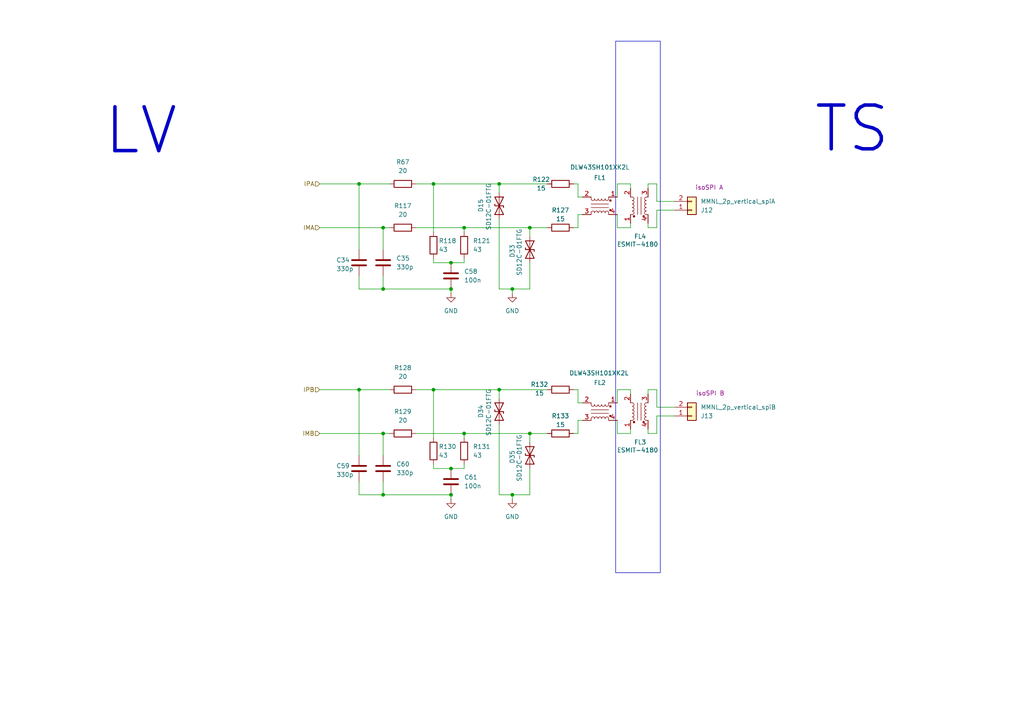
<source format=kicad_sch>
(kicad_sch
	(version 20231120)
	(generator "eeschema")
	(generator_version "8.0")
	(uuid "cc997e99-186e-4e96-b6fd-8d5d8672419b")
	(paper "A4")
	(lib_symbols
		(symbol "Connector_Generic:Conn_01x02"
			(pin_names
				(offset 1.016) hide)
			(exclude_from_sim no)
			(in_bom yes)
			(on_board yes)
			(property "Reference" "J"
				(at 0 2.54 0)
				(effects
					(font
						(size 1.27 1.27)
					)
				)
			)
			(property "Value" "Conn_01x02"
				(at 0 -5.08 0)
				(effects
					(font
						(size 1.27 1.27)
					)
				)
			)
			(property "Footprint" ""
				(at 0 0 0)
				(effects
					(font
						(size 1.27 1.27)
					)
					(hide yes)
				)
			)
			(property "Datasheet" "~"
				(at 0 0 0)
				(effects
					(font
						(size 1.27 1.27)
					)
					(hide yes)
				)
			)
			(property "Description" "Generic connector, single row, 01x02, script generated (kicad-library-utils/schlib/autogen/connector/)"
				(at 0 0 0)
				(effects
					(font
						(size 1.27 1.27)
					)
					(hide yes)
				)
			)
			(property "ki_keywords" "connector"
				(at 0 0 0)
				(effects
					(font
						(size 1.27 1.27)
					)
					(hide yes)
				)
			)
			(property "ki_fp_filters" "Connector*:*_1x??_*"
				(at 0 0 0)
				(effects
					(font
						(size 1.27 1.27)
					)
					(hide yes)
				)
			)
			(symbol "Conn_01x02_1_1"
				(rectangle
					(start -1.27 -2.413)
					(end 0 -2.667)
					(stroke
						(width 0.1524)
						(type default)
					)
					(fill
						(type none)
					)
				)
				(rectangle
					(start -1.27 0.127)
					(end 0 -0.127)
					(stroke
						(width 0.1524)
						(type default)
					)
					(fill
						(type none)
					)
				)
				(rectangle
					(start -1.27 1.27)
					(end 1.27 -3.81)
					(stroke
						(width 0.254)
						(type default)
					)
					(fill
						(type background)
					)
				)
				(pin passive line
					(at -5.08 0 0)
					(length 3.81)
					(name "Pin_1"
						(effects
							(font
								(size 1.27 1.27)
							)
						)
					)
					(number "1"
						(effects
							(font
								(size 1.27 1.27)
							)
						)
					)
				)
				(pin passive line
					(at -5.08 -2.54 0)
					(length 3.81)
					(name "Pin_2"
						(effects
							(font
								(size 1.27 1.27)
							)
						)
					)
					(number "2"
						(effects
							(font
								(size 1.27 1.27)
							)
						)
					)
				)
			)
		)
		(symbol "Device:C"
			(pin_numbers hide)
			(pin_names
				(offset 0.254)
			)
			(exclude_from_sim no)
			(in_bom yes)
			(on_board yes)
			(property "Reference" "C"
				(at 0.635 2.54 0)
				(effects
					(font
						(size 1.27 1.27)
					)
					(justify left)
				)
			)
			(property "Value" "C"
				(at 0.635 -2.54 0)
				(effects
					(font
						(size 1.27 1.27)
					)
					(justify left)
				)
			)
			(property "Footprint" ""
				(at 0.9652 -3.81 0)
				(effects
					(font
						(size 1.27 1.27)
					)
					(hide yes)
				)
			)
			(property "Datasheet" "~"
				(at 0 0 0)
				(effects
					(font
						(size 1.27 1.27)
					)
					(hide yes)
				)
			)
			(property "Description" "Unpolarized capacitor"
				(at 0 0 0)
				(effects
					(font
						(size 1.27 1.27)
					)
					(hide yes)
				)
			)
			(property "ki_keywords" "cap capacitor"
				(at 0 0 0)
				(effects
					(font
						(size 1.27 1.27)
					)
					(hide yes)
				)
			)
			(property "ki_fp_filters" "C_*"
				(at 0 0 0)
				(effects
					(font
						(size 1.27 1.27)
					)
					(hide yes)
				)
			)
			(symbol "C_0_1"
				(polyline
					(pts
						(xy -2.032 -0.762) (xy 2.032 -0.762)
					)
					(stroke
						(width 0.508)
						(type default)
					)
					(fill
						(type none)
					)
				)
				(polyline
					(pts
						(xy -2.032 0.762) (xy 2.032 0.762)
					)
					(stroke
						(width 0.508)
						(type default)
					)
					(fill
						(type none)
					)
				)
			)
			(symbol "C_1_1"
				(pin passive line
					(at 0 3.81 270)
					(length 2.794)
					(name "~"
						(effects
							(font
								(size 1.27 1.27)
							)
						)
					)
					(number "1"
						(effects
							(font
								(size 1.27 1.27)
							)
						)
					)
				)
				(pin passive line
					(at 0 -3.81 90)
					(length 2.794)
					(name "~"
						(effects
							(font
								(size 1.27 1.27)
							)
						)
					)
					(number "2"
						(effects
							(font
								(size 1.27 1.27)
							)
						)
					)
				)
			)
		)
		(symbol "Device:D_TVS"
			(pin_numbers hide)
			(pin_names
				(offset 1.016) hide)
			(exclude_from_sim no)
			(in_bom yes)
			(on_board yes)
			(property "Reference" "D"
				(at 0 2.54 0)
				(effects
					(font
						(size 1.27 1.27)
					)
				)
			)
			(property "Value" "D_TVS"
				(at 0 -2.54 0)
				(effects
					(font
						(size 1.27 1.27)
					)
				)
			)
			(property "Footprint" ""
				(at 0 0 0)
				(effects
					(font
						(size 1.27 1.27)
					)
					(hide yes)
				)
			)
			(property "Datasheet" "~"
				(at 0 0 0)
				(effects
					(font
						(size 1.27 1.27)
					)
					(hide yes)
				)
			)
			(property "Description" "Bidirectional transient-voltage-suppression diode"
				(at 0 0 0)
				(effects
					(font
						(size 1.27 1.27)
					)
					(hide yes)
				)
			)
			(property "ki_keywords" "diode TVS thyrector"
				(at 0 0 0)
				(effects
					(font
						(size 1.27 1.27)
					)
					(hide yes)
				)
			)
			(property "ki_fp_filters" "TO-???* *_Diode_* *SingleDiode* D_*"
				(at 0 0 0)
				(effects
					(font
						(size 1.27 1.27)
					)
					(hide yes)
				)
			)
			(symbol "D_TVS_0_1"
				(polyline
					(pts
						(xy 1.27 0) (xy -1.27 0)
					)
					(stroke
						(width 0)
						(type default)
					)
					(fill
						(type none)
					)
				)
				(polyline
					(pts
						(xy 0.508 1.27) (xy 0 1.27) (xy 0 -1.27) (xy -0.508 -1.27)
					)
					(stroke
						(width 0.254)
						(type default)
					)
					(fill
						(type none)
					)
				)
				(polyline
					(pts
						(xy -2.54 1.27) (xy -2.54 -1.27) (xy 2.54 1.27) (xy 2.54 -1.27) (xy -2.54 1.27)
					)
					(stroke
						(width 0.254)
						(type default)
					)
					(fill
						(type none)
					)
				)
			)
			(symbol "D_TVS_1_1"
				(pin passive line
					(at -3.81 0 0)
					(length 2.54)
					(name "A1"
						(effects
							(font
								(size 1.27 1.27)
							)
						)
					)
					(number "1"
						(effects
							(font
								(size 1.27 1.27)
							)
						)
					)
				)
				(pin passive line
					(at 3.81 0 180)
					(length 2.54)
					(name "A2"
						(effects
							(font
								(size 1.27 1.27)
							)
						)
					)
					(number "2"
						(effects
							(font
								(size 1.27 1.27)
							)
						)
					)
				)
			)
		)
		(symbol "Device:R"
			(pin_numbers hide)
			(pin_names
				(offset 0)
			)
			(exclude_from_sim no)
			(in_bom yes)
			(on_board yes)
			(property "Reference" "R"
				(at 2.032 0 90)
				(effects
					(font
						(size 1.27 1.27)
					)
				)
			)
			(property "Value" "R"
				(at 0 0 90)
				(effects
					(font
						(size 1.27 1.27)
					)
				)
			)
			(property "Footprint" ""
				(at -1.778 0 90)
				(effects
					(font
						(size 1.27 1.27)
					)
					(hide yes)
				)
			)
			(property "Datasheet" "~"
				(at 0 0 0)
				(effects
					(font
						(size 1.27 1.27)
					)
					(hide yes)
				)
			)
			(property "Description" "Resistor"
				(at 0 0 0)
				(effects
					(font
						(size 1.27 1.27)
					)
					(hide yes)
				)
			)
			(property "ki_keywords" "R res resistor"
				(at 0 0 0)
				(effects
					(font
						(size 1.27 1.27)
					)
					(hide yes)
				)
			)
			(property "ki_fp_filters" "R_*"
				(at 0 0 0)
				(effects
					(font
						(size 1.27 1.27)
					)
					(hide yes)
				)
			)
			(symbol "R_0_1"
				(rectangle
					(start -1.016 -2.54)
					(end 1.016 2.54)
					(stroke
						(width 0.254)
						(type default)
					)
					(fill
						(type none)
					)
				)
			)
			(symbol "R_1_1"
				(pin passive line
					(at 0 3.81 270)
					(length 1.27)
					(name "~"
						(effects
							(font
								(size 1.27 1.27)
							)
						)
					)
					(number "1"
						(effects
							(font
								(size 1.27 1.27)
							)
						)
					)
				)
				(pin passive line
					(at 0 -3.81 90)
					(length 1.27)
					(name "~"
						(effects
							(font
								(size 1.27 1.27)
							)
						)
					)
					(number "2"
						(effects
							(font
								(size 1.27 1.27)
							)
						)
					)
				)
			)
		)
		(symbol "Filter:Choke_Coilcraft_0603USB-222"
			(pin_names
				(offset 0.254) hide)
			(exclude_from_sim no)
			(in_bom yes)
			(on_board yes)
			(property "Reference" "FL"
				(at 0 4.445 0)
				(effects
					(font
						(size 1.27 1.27)
					)
				)
			)
			(property "Value" "Choke_Coilcraft_0603USB-222"
				(at 0 -4.445 0)
				(effects
					(font
						(size 1.27 1.27)
					)
				)
			)
			(property "Footprint" "Inductor_SMD:L_CommonModeChoke_Coilcraft_0603USB"
				(at 0 -6.35 0)
				(effects
					(font
						(size 1.27 1.27)
					)
					(hide yes)
				)
			)
			(property "Datasheet" "https://www.coilcraft.com/pdfs/0603usb.pdf"
				(at 0 -8.255 0)
				(effects
					(font
						(size 1.27 1.27)
					)
					(hide yes)
				)
			)
			(property "Description" "Common mode choke, 500mA, 250VAC, 150nH, 209mohm, 0.96Ghz, "
				(at 0 0 0)
				(effects
					(font
						(size 1.27 1.27)
					)
					(hide yes)
				)
			)
			(property "ki_keywords" "common-mode common mode choke signal line filter"
				(at 0 0 0)
				(effects
					(font
						(size 1.27 1.27)
					)
					(hide yes)
				)
			)
			(property "ki_fp_filters" "L*CommonModeChoke*Coilcraft*0603USB*"
				(at 0 0 0)
				(effects
					(font
						(size 1.27 1.27)
					)
					(hide yes)
				)
			)
			(symbol "Choke_Coilcraft_0603USB-222_0_1"
				(circle
					(center -3.048 -1.27)
					(radius 0.254)
					(stroke
						(width 0)
						(type default)
					)
					(fill
						(type outline)
					)
				)
				(circle
					(center -3.048 1.524)
					(radius 0.254)
					(stroke
						(width 0)
						(type default)
					)
					(fill
						(type outline)
					)
				)
				(arc
					(start -2.54 2.032)
					(mid -2.032 1.5262)
					(end -1.524 2.032)
					(stroke
						(width 0)
						(type default)
					)
					(fill
						(type none)
					)
				)
				(arc
					(start -1.524 -2.032)
					(mid -2.032 -1.5262)
					(end -2.54 -2.032)
					(stroke
						(width 0)
						(type default)
					)
					(fill
						(type none)
					)
				)
				(arc
					(start -1.524 2.032)
					(mid -1.016 1.5262)
					(end -0.508 2.032)
					(stroke
						(width 0)
						(type default)
					)
					(fill
						(type none)
					)
				)
				(arc
					(start -0.508 -2.032)
					(mid -1.016 -1.5262)
					(end -1.524 -2.032)
					(stroke
						(width 0)
						(type default)
					)
					(fill
						(type none)
					)
				)
				(arc
					(start -0.508 2.032)
					(mid 0 1.5262)
					(end 0.508 2.032)
					(stroke
						(width 0)
						(type default)
					)
					(fill
						(type none)
					)
				)
				(polyline
					(pts
						(xy -2.54 -2.032) (xy -2.54 -2.54)
					)
					(stroke
						(width 0)
						(type default)
					)
					(fill
						(type none)
					)
				)
				(polyline
					(pts
						(xy -2.54 0.508) (xy 2.54 0.508)
					)
					(stroke
						(width 0)
						(type default)
					)
					(fill
						(type none)
					)
				)
				(polyline
					(pts
						(xy -2.54 2.032) (xy -2.54 2.54)
					)
					(stroke
						(width 0)
						(type default)
					)
					(fill
						(type none)
					)
				)
				(polyline
					(pts
						(xy 2.54 -2.032) (xy 2.54 -2.54)
					)
					(stroke
						(width 0)
						(type default)
					)
					(fill
						(type none)
					)
				)
				(polyline
					(pts
						(xy 2.54 -0.508) (xy -2.54 -0.508)
					)
					(stroke
						(width 0)
						(type default)
					)
					(fill
						(type none)
					)
				)
				(polyline
					(pts
						(xy 2.54 2.54) (xy 2.54 2.032)
					)
					(stroke
						(width 0)
						(type default)
					)
					(fill
						(type none)
					)
				)
				(arc
					(start 0.508 -2.032)
					(mid 0 -1.5262)
					(end -0.508 -2.032)
					(stroke
						(width 0)
						(type default)
					)
					(fill
						(type none)
					)
				)
				(arc
					(start 0.508 2.032)
					(mid 1.016 1.5262)
					(end 1.524 2.032)
					(stroke
						(width 0)
						(type default)
					)
					(fill
						(type none)
					)
				)
				(arc
					(start 1.524 -2.032)
					(mid 1.016 -1.5262)
					(end 0.508 -2.032)
					(stroke
						(width 0)
						(type default)
					)
					(fill
						(type none)
					)
				)
				(arc
					(start 1.524 2.032)
					(mid 2.032 1.5262)
					(end 2.54 2.032)
					(stroke
						(width 0)
						(type default)
					)
					(fill
						(type none)
					)
				)
				(arc
					(start 2.54 -2.032)
					(mid 2.032 -1.5262)
					(end 1.524 -2.032)
					(stroke
						(width 0)
						(type default)
					)
					(fill
						(type none)
					)
				)
			)
			(symbol "Choke_Coilcraft_0603USB-222_1_1"
				(pin passive line
					(at -5.08 2.54 0)
					(length 2.54)
					(name "1"
						(effects
							(font
								(size 1.27 1.27)
							)
						)
					)
					(number "1"
						(effects
							(font
								(size 1.27 1.27)
							)
						)
					)
				)
				(pin passive line
					(at 5.08 2.54 180)
					(length 2.54)
					(name "2"
						(effects
							(font
								(size 1.27 1.27)
							)
						)
					)
					(number "2"
						(effects
							(font
								(size 1.27 1.27)
							)
						)
					)
				)
				(pin passive line
					(at 5.08 -2.54 180)
					(length 2.54)
					(name "3"
						(effects
							(font
								(size 1.27 1.27)
							)
						)
					)
					(number "3"
						(effects
							(font
								(size 1.27 1.27)
							)
						)
					)
				)
				(pin passive line
					(at -5.08 -2.54 0)
					(length 2.54)
					(name "4"
						(effects
							(font
								(size 1.27 1.27)
							)
						)
					)
					(number "4"
						(effects
							(font
								(size 1.27 1.27)
							)
						)
					)
				)
			)
		)
		(symbol "Filter_EMI_LL_1423_1"
			(pin_names hide)
			(exclude_from_sim no)
			(in_bom yes)
			(on_board yes)
			(property "Reference" "FL4"
				(at -8.89 -0.254 90)
				(effects
					(font
						(size 1.27 1.27)
					)
				)
			)
			(property "Value" "744228"
				(at -11.176 0.508 90)
				(effects
					(font
						(size 1.27 1.27)
					)
				)
			)
			(property "Footprint" "ESMIT-4180_C:SOP254P914X350-4N"
				(at 0 -6.35 0)
				(effects
					(font
						(size 1.27 1.27)
					)
					(hide yes)
				)
			)
			(property "Datasheet" "https://www.we-online.com/components/products/datasheet/744228.pdf"
				(at 0 1.016 90)
				(effects
					(font
						(size 1.27 1.27)
					)
					(hide yes)
				)
			)
			(property "Description" ""
				(at 0 0 0)
				(effects
					(font
						(size 1.27 1.27)
					)
					(hide yes)
				)
			)
			(property "ki_keywords" "EMI filter common-mode choke"
				(at 0 0 0)
				(effects
					(font
						(size 1.27 1.27)
					)
					(hide yes)
				)
			)
			(property "ki_fp_filters" "Bourns*SRF0905*"
				(at 0 0 0)
				(effects
					(font
						(size 1.27 1.27)
					)
					(hide yes)
				)
			)
			(symbol "Filter_EMI_LL_1423_1_0_1"
				(circle
					(center -3.048 -1.27)
					(radius 0.254)
					(stroke
						(width 0)
						(type default)
					)
					(fill
						(type outline)
					)
				)
				(circle
					(center -3.048 1.524)
					(radius 0.254)
					(stroke
						(width 0)
						(type default)
					)
					(fill
						(type outline)
					)
				)
				(arc
					(start -2.54 2.032)
					(mid -2.032 1.5262)
					(end -1.524 2.032)
					(stroke
						(width 0)
						(type default)
					)
					(fill
						(type none)
					)
				)
				(arc
					(start -1.524 -2.032)
					(mid -2.032 -1.5262)
					(end -2.54 -2.032)
					(stroke
						(width 0)
						(type default)
					)
					(fill
						(type none)
					)
				)
				(arc
					(start -1.524 2.032)
					(mid -1.016 1.5262)
					(end -0.508 2.032)
					(stroke
						(width 0)
						(type default)
					)
					(fill
						(type none)
					)
				)
				(arc
					(start -0.508 -2.032)
					(mid -1.016 -1.5262)
					(end -1.524 -2.032)
					(stroke
						(width 0)
						(type default)
					)
					(fill
						(type none)
					)
				)
				(arc
					(start -0.508 2.032)
					(mid 0 1.5262)
					(end 0.508 2.032)
					(stroke
						(width 0)
						(type default)
					)
					(fill
						(type none)
					)
				)
				(polyline
					(pts
						(xy -2.54 -2.032) (xy -2.54 -2.54)
					)
					(stroke
						(width 0)
						(type default)
					)
					(fill
						(type none)
					)
				)
				(polyline
					(pts
						(xy -2.54 0.508) (xy 2.54 0.508)
					)
					(stroke
						(width 0)
						(type default)
					)
					(fill
						(type none)
					)
				)
				(polyline
					(pts
						(xy -2.54 2.032) (xy -2.54 2.54)
					)
					(stroke
						(width 0)
						(type default)
					)
					(fill
						(type none)
					)
				)
				(polyline
					(pts
						(xy 2.54 -2.032) (xy 2.54 -2.54)
					)
					(stroke
						(width 0)
						(type default)
					)
					(fill
						(type none)
					)
				)
				(polyline
					(pts
						(xy 2.54 -0.508) (xy -2.54 -0.508)
					)
					(stroke
						(width 0)
						(type default)
					)
					(fill
						(type none)
					)
				)
				(polyline
					(pts
						(xy 2.54 2.54) (xy 2.54 2.032)
					)
					(stroke
						(width 0)
						(type default)
					)
					(fill
						(type none)
					)
				)
				(arc
					(start 0.508 -2.032)
					(mid 0 -1.5262)
					(end -0.508 -2.032)
					(stroke
						(width 0)
						(type default)
					)
					(fill
						(type none)
					)
				)
				(arc
					(start 0.508 2.032)
					(mid 1.016 1.5262)
					(end 1.524 2.032)
					(stroke
						(width 0)
						(type default)
					)
					(fill
						(type none)
					)
				)
				(arc
					(start 1.524 -2.032)
					(mid 1.016 -1.5262)
					(end 0.508 -2.032)
					(stroke
						(width 0)
						(type default)
					)
					(fill
						(type none)
					)
				)
				(arc
					(start 1.524 2.032)
					(mid 2.032 1.5262)
					(end 2.54 2.032)
					(stroke
						(width 0)
						(type default)
					)
					(fill
						(type none)
					)
				)
				(arc
					(start 2.54 -2.032)
					(mid 2.032 -1.5262)
					(end 1.524 -2.032)
					(stroke
						(width 0)
						(type default)
					)
					(fill
						(type none)
					)
				)
			)
			(symbol "Filter_EMI_LL_1423_1_1_1"
				(pin passive line
					(at -5.08 2.54 0)
					(length 2.54)
					(name "1"
						(effects
							(font
								(size 1.27 1.27)
							)
						)
					)
					(number "1"
						(effects
							(font
								(size 1.27 1.27)
							)
						)
					)
				)
				(pin passive line
					(at 5.08 2.54 180)
					(length 2.54)
					(name "2"
						(effects
							(font
								(size 1.27 1.27)
							)
						)
					)
					(number "2"
						(effects
							(font
								(size 1.27 1.27)
							)
						)
					)
				)
				(pin passive line
					(at 5.08 -2.54 180)
					(length 2.54)
					(name "3"
						(effects
							(font
								(size 1.27 1.27)
							)
						)
					)
					(number "3"
						(effects
							(font
								(size 1.27 1.27)
							)
						)
					)
				)
				(pin passive line
					(at -5.08 -2.54 0)
					(length 2.54)
					(name "4"
						(effects
							(font
								(size 1.27 1.27)
							)
						)
					)
					(number "4"
						(effects
							(font
								(size 1.27 1.27)
							)
						)
					)
				)
			)
		)
		(symbol "power:GND"
			(power)
			(pin_numbers hide)
			(pin_names
				(offset 0) hide)
			(exclude_from_sim no)
			(in_bom yes)
			(on_board yes)
			(property "Reference" "#PWR"
				(at 0 -6.35 0)
				(effects
					(font
						(size 1.27 1.27)
					)
					(hide yes)
				)
			)
			(property "Value" "GND"
				(at 0 -3.81 0)
				(effects
					(font
						(size 1.27 1.27)
					)
				)
			)
			(property "Footprint" ""
				(at 0 0 0)
				(effects
					(font
						(size 1.27 1.27)
					)
					(hide yes)
				)
			)
			(property "Datasheet" ""
				(at 0 0 0)
				(effects
					(font
						(size 1.27 1.27)
					)
					(hide yes)
				)
			)
			(property "Description" "Power symbol creates a global label with name \"GND\" , ground"
				(at 0 0 0)
				(effects
					(font
						(size 1.27 1.27)
					)
					(hide yes)
				)
			)
			(property "ki_keywords" "global power"
				(at 0 0 0)
				(effects
					(font
						(size 1.27 1.27)
					)
					(hide yes)
				)
			)
			(symbol "GND_0_1"
				(polyline
					(pts
						(xy 0 0) (xy 0 -1.27) (xy 1.27 -1.27) (xy 0 -2.54) (xy -1.27 -1.27) (xy 0 -1.27)
					)
					(stroke
						(width 0)
						(type default)
					)
					(fill
						(type none)
					)
				)
			)
			(symbol "GND_1_1"
				(pin power_in line
					(at 0 0 270)
					(length 0)
					(name "~"
						(effects
							(font
								(size 1.27 1.27)
							)
						)
					)
					(number "1"
						(effects
							(font
								(size 1.27 1.27)
							)
						)
					)
				)
			)
		)
	)
	(junction
		(at 153.67 125.73)
		(diameter 0)
		(color 0 0 0 0)
		(uuid "01183f8a-1e4b-4f9c-b82e-dc570b395bc9")
	)
	(junction
		(at 125.73 113.03)
		(diameter 0)
		(color 0 0 0 0)
		(uuid "0aee2266-1ee0-435b-99ab-209fda24ce6f")
	)
	(junction
		(at 130.81 135.89)
		(diameter 0)
		(color 0 0 0 0)
		(uuid "0b43cb52-6b59-4d07-bb39-52d42efea2a4")
	)
	(junction
		(at 144.78 53.34)
		(diameter 0)
		(color 0 0 0 0)
		(uuid "16849498-73cb-4d60-8cda-784e57847e86")
	)
	(junction
		(at 134.62 125.73)
		(diameter 0)
		(color 0 0 0 0)
		(uuid "261f1fb1-79c8-4d48-90f7-81c699a437e8")
	)
	(junction
		(at 125.73 53.34)
		(diameter 0)
		(color 0 0 0 0)
		(uuid "2a20125c-c321-48f8-b44e-3988e503e198")
	)
	(junction
		(at 134.62 66.04)
		(diameter 0)
		(color 0 0 0 0)
		(uuid "3b517f86-5ad6-4b30-bb01-49b6d492cf9c")
	)
	(junction
		(at 148.59 83.82)
		(diameter 0)
		(color 0 0 0 0)
		(uuid "3f627e2a-589b-4f19-b42e-7d1742125432")
	)
	(junction
		(at 144.78 113.03)
		(diameter 0)
		(color 0 0 0 0)
		(uuid "52c62b19-830a-4953-b16b-cfcb0d6b9962")
	)
	(junction
		(at 130.81 76.2)
		(diameter 0)
		(color 0 0 0 0)
		(uuid "68ad2d62-3be5-4a54-9f19-2399902fa070")
	)
	(junction
		(at 148.59 143.51)
		(diameter 0)
		(color 0 0 0 0)
		(uuid "6d02d35f-d673-42a7-a1d3-cb50ae20853a")
	)
	(junction
		(at 104.14 113.03)
		(diameter 0)
		(color 0 0 0 0)
		(uuid "9143c996-48f2-4a9c-8b34-dd5924e0f123")
	)
	(junction
		(at 111.125 83.82)
		(diameter 0)
		(color 0 0 0 0)
		(uuid "a4d47f39-7381-4158-a58e-55d279f46660")
	)
	(junction
		(at 104.14 53.34)
		(diameter 0)
		(color 0 0 0 0)
		(uuid "a8e19d03-4413-4599-ab2b-eda64a944fd2")
	)
	(junction
		(at 111.125 143.51)
		(diameter 0)
		(color 0 0 0 0)
		(uuid "b1ce9d3e-0365-45f1-ab62-efb8a8230bf1")
	)
	(junction
		(at 111.125 125.73)
		(diameter 0)
		(color 0 0 0 0)
		(uuid "b7291065-5005-4360-9e7f-7be23bc2735b")
	)
	(junction
		(at 111.125 66.04)
		(diameter 0)
		(color 0 0 0 0)
		(uuid "beae2e58-2c9b-4cf0-85c6-8d352d2fb6a7")
	)
	(junction
		(at 130.81 83.82)
		(diameter 0)
		(color 0 0 0 0)
		(uuid "d954a7f2-89e9-4d9b-8b3d-3c9b09e53775")
	)
	(junction
		(at 153.67 66.04)
		(diameter 0)
		(color 0 0 0 0)
		(uuid "e265b3c2-1f26-4628-9af9-9ee896d1942c")
	)
	(junction
		(at 130.81 143.51)
		(diameter 0)
		(color 0 0 0 0)
		(uuid "f73c40ae-53a9-4b64-a252-1e0899a4483e")
	)
	(wire
		(pts
			(xy 104.14 113.03) (xy 113.03 113.03)
		)
		(stroke
			(width 0)
			(type default)
		)
		(uuid "0565c931-c0f9-466d-94bc-782bb9e90050")
	)
	(wire
		(pts
			(xy 104.14 139.7) (xy 104.14 143.51)
		)
		(stroke
			(width 0)
			(type default)
		)
		(uuid "0df56b57-53ff-458e-a7f9-40507343abc6")
	)
	(wire
		(pts
			(xy 167.64 113.03) (xy 167.64 116.84)
		)
		(stroke
			(width 0)
			(type default)
		)
		(uuid "0e5a8d8b-a111-4c02-8823-bbd44add785a")
	)
	(wire
		(pts
			(xy 111.125 80.01) (xy 111.125 83.82)
		)
		(stroke
			(width 0)
			(type default)
		)
		(uuid "131978a5-406e-4bd9-8cda-67cc620ad33c")
	)
	(wire
		(pts
			(xy 120.65 66.04) (xy 134.62 66.04)
		)
		(stroke
			(width 0)
			(type default)
		)
		(uuid "13d13389-b355-4549-ae0d-ef4b9cf92d09")
	)
	(wire
		(pts
			(xy 134.62 134.62) (xy 134.62 135.89)
		)
		(stroke
			(width 0)
			(type default)
		)
		(uuid "17c15ff6-9808-42f8-a4dd-c2998ada0920")
	)
	(wire
		(pts
			(xy 130.81 143.51) (xy 130.81 144.78)
		)
		(stroke
			(width 0)
			(type default)
		)
		(uuid "18d12258-3620-48b1-8485-5c608696f8ea")
	)
	(wire
		(pts
			(xy 167.64 116.84) (xy 168.91 116.84)
		)
		(stroke
			(width 0)
			(type default)
		)
		(uuid "1a06fc4d-afb0-408d-8c8a-c67a787daece")
	)
	(wire
		(pts
			(xy 104.14 53.34) (xy 104.14 72.39)
		)
		(stroke
			(width 0)
			(type default)
		)
		(uuid "1f2f4073-1ed2-401d-bfdd-89e0cbe2c4d6")
	)
	(wire
		(pts
			(xy 167.64 62.23) (xy 168.91 62.23)
		)
		(stroke
			(width 0)
			(type default)
		)
		(uuid "1f95988b-294e-49e4-9bcd-a8e5f8f1b0f3")
	)
	(wire
		(pts
			(xy 111.125 66.04) (xy 111.125 72.39)
		)
		(stroke
			(width 0)
			(type default)
		)
		(uuid "20b3f746-6c71-4810-adf8-12af40f89a01")
	)
	(wire
		(pts
			(xy 182.88 53.34) (xy 182.88 54.61)
		)
		(stroke
			(width 0)
			(type default)
		)
		(uuid "21a9f667-12fb-4f0f-bec6-e88a06cb05a7")
	)
	(wire
		(pts
			(xy 125.73 76.2) (xy 125.73 74.93)
		)
		(stroke
			(width 0)
			(type default)
		)
		(uuid "263db505-8108-4a7f-add9-b16d51e43236")
	)
	(wire
		(pts
			(xy 134.62 76.2) (xy 130.81 76.2)
		)
		(stroke
			(width 0)
			(type default)
		)
		(uuid "2a301240-f26b-4950-bcec-e6412674688a")
	)
	(wire
		(pts
			(xy 182.88 66.04) (xy 182.88 64.77)
		)
		(stroke
			(width 0)
			(type default)
		)
		(uuid "2c546921-2ade-4803-9f2d-5d7638e01ffb")
	)
	(wire
		(pts
			(xy 179.07 66.04) (xy 179.07 62.23)
		)
		(stroke
			(width 0)
			(type default)
		)
		(uuid "2c55f13c-b9de-4f7c-9be4-6c711c4735ff")
	)
	(wire
		(pts
			(xy 130.81 135.89) (xy 125.73 135.89)
		)
		(stroke
			(width 0)
			(type default)
		)
		(uuid "2cce578f-d5b2-4862-abf3-70360e2cabf0")
	)
	(wire
		(pts
			(xy 167.64 62.23) (xy 167.64 66.04)
		)
		(stroke
			(width 0)
			(type default)
		)
		(uuid "31c33949-aae5-45e0-8006-0a61d8da9694")
	)
	(wire
		(pts
			(xy 111.125 143.51) (xy 130.81 143.51)
		)
		(stroke
			(width 0)
			(type default)
		)
		(uuid "320e9999-cac5-4b53-b96c-ce4560ab60e1")
	)
	(wire
		(pts
			(xy 125.73 53.34) (xy 144.78 53.34)
		)
		(stroke
			(width 0)
			(type default)
		)
		(uuid "36cdd6ac-0a35-4adf-a5a3-1345cf1f1e53")
	)
	(wire
		(pts
			(xy 190.5 58.42) (xy 190.5 53.34)
		)
		(stroke
			(width 0)
			(type default)
		)
		(uuid "38288ebd-4630-4d10-9075-6c33778842e1")
	)
	(wire
		(pts
			(xy 179.07 66.04) (xy 182.88 66.04)
		)
		(stroke
			(width 0)
			(type default)
		)
		(uuid "3c119e1b-9ad0-436a-a4ca-6ee8bef9e2d3")
	)
	(wire
		(pts
			(xy 148.59 143.51) (xy 148.59 144.78)
		)
		(stroke
			(width 0)
			(type default)
		)
		(uuid "40f2acaf-dcb7-42cb-8fd2-801f951b2c06")
	)
	(wire
		(pts
			(xy 125.73 135.89) (xy 125.73 134.62)
		)
		(stroke
			(width 0)
			(type default)
		)
		(uuid "415c5496-1c97-49cc-9663-d2338d1c4eca")
	)
	(wire
		(pts
			(xy 120.65 113.03) (xy 125.73 113.03)
		)
		(stroke
			(width 0)
			(type default)
		)
		(uuid "42c66a14-d781-44e1-a3ca-2bc7fe2bfb41")
	)
	(wire
		(pts
			(xy 148.59 143.51) (xy 153.67 143.51)
		)
		(stroke
			(width 0)
			(type default)
		)
		(uuid "4949d58d-7b61-4018-9ab2-9db5506cadad")
	)
	(wire
		(pts
			(xy 144.78 63.5) (xy 144.78 83.82)
		)
		(stroke
			(width 0)
			(type default)
		)
		(uuid "4be16e30-b2dd-482e-8411-8e7c835eb4a2")
	)
	(wire
		(pts
			(xy 144.78 83.82) (xy 148.59 83.82)
		)
		(stroke
			(width 0)
			(type default)
		)
		(uuid "526f5610-f661-4139-b05e-9dc1195bf186")
	)
	(wire
		(pts
			(xy 190.5 53.34) (xy 187.96 53.34)
		)
		(stroke
			(width 0)
			(type default)
		)
		(uuid "55abcf85-bf08-4d8a-b086-9597600c0f04")
	)
	(wire
		(pts
			(xy 111.125 66.04) (xy 113.03 66.04)
		)
		(stroke
			(width 0)
			(type default)
		)
		(uuid "587ef0f9-7f6f-45b6-9afa-e461d0cc9549")
	)
	(wire
		(pts
			(xy 190.5 60.96) (xy 190.5 66.04)
		)
		(stroke
			(width 0)
			(type default)
		)
		(uuid "5972f4eb-6df6-4e01-841f-879bf9d8b69c")
	)
	(wire
		(pts
			(xy 167.64 53.34) (xy 167.64 57.15)
		)
		(stroke
			(width 0)
			(type default)
		)
		(uuid "5c066255-002d-4bda-82d7-ed88921a71b3")
	)
	(wire
		(pts
			(xy 111.125 83.82) (xy 130.81 83.82)
		)
		(stroke
			(width 0)
			(type default)
		)
		(uuid "5cc843a9-8f74-45ab-b4e5-0badcccb2835")
	)
	(wire
		(pts
			(xy 144.78 143.51) (xy 148.59 143.51)
		)
		(stroke
			(width 0)
			(type default)
		)
		(uuid "5d164f3a-6598-4551-bcb2-a80c2562a107")
	)
	(wire
		(pts
			(xy 153.67 76.2) (xy 153.67 83.82)
		)
		(stroke
			(width 0)
			(type default)
		)
		(uuid "5d9d89fd-7a7d-48be-a0c7-a9fe05db6191")
	)
	(wire
		(pts
			(xy 104.14 80.01) (xy 104.14 83.82)
		)
		(stroke
			(width 0)
			(type default)
		)
		(uuid "5f94fed7-41f2-4ff6-aa7b-a4e6e4896789")
	)
	(wire
		(pts
			(xy 166.37 113.03) (xy 167.64 113.03)
		)
		(stroke
			(width 0)
			(type default)
		)
		(uuid "60e454aa-b1c5-49f6-91d2-703e0e7d9e07")
	)
	(wire
		(pts
			(xy 130.81 83.82) (xy 130.81 85.09)
		)
		(stroke
			(width 0)
			(type default)
		)
		(uuid "6325c8c1-0a60-4819-ad6a-5635af30f80a")
	)
	(wire
		(pts
			(xy 130.81 76.2) (xy 125.73 76.2)
		)
		(stroke
			(width 0)
			(type default)
		)
		(uuid "6b447ebf-f804-49b0-881e-f34a74957d39")
	)
	(wire
		(pts
			(xy 167.64 121.92) (xy 167.64 125.73)
		)
		(stroke
			(width 0)
			(type default)
		)
		(uuid "6e5effcc-4755-4c29-babc-68132753bd99")
	)
	(wire
		(pts
			(xy 167.64 57.15) (xy 168.91 57.15)
		)
		(stroke
			(width 0)
			(type default)
		)
		(uuid "6fe45814-ab0c-4abd-b890-26294abfc73b")
	)
	(wire
		(pts
			(xy 166.37 53.34) (xy 167.64 53.34)
		)
		(stroke
			(width 0)
			(type default)
		)
		(uuid "711603bd-1693-4ccc-a5a3-4c47eed310a6")
	)
	(wire
		(pts
			(xy 179.07 125.73) (xy 179.07 121.92)
		)
		(stroke
			(width 0)
			(type default)
		)
		(uuid "732be2ee-a15a-4b69-9420-a00f9fcc5dae")
	)
	(wire
		(pts
			(xy 190.5 118.11) (xy 195.58 118.11)
		)
		(stroke
			(width 0)
			(type default)
		)
		(uuid "7378b1d6-965f-44e7-9946-d04c28f972d1")
	)
	(wire
		(pts
			(xy 187.96 125.73) (xy 187.96 124.46)
		)
		(stroke
			(width 0)
			(type default)
		)
		(uuid "747270b2-538f-4bfe-a361-02ae93e58734")
	)
	(wire
		(pts
			(xy 144.78 123.19) (xy 144.78 143.51)
		)
		(stroke
			(width 0)
			(type default)
		)
		(uuid "79f0daee-7160-4c27-b4b8-a9fd4eb39b88")
	)
	(wire
		(pts
			(xy 153.67 66.04) (xy 153.67 68.58)
		)
		(stroke
			(width 0)
			(type default)
		)
		(uuid "7b28fa0b-17d4-4839-b46c-10c61f35bbfe")
	)
	(wire
		(pts
			(xy 134.62 135.89) (xy 130.81 135.89)
		)
		(stroke
			(width 0)
			(type default)
		)
		(uuid "7b52a9a9-21f6-4d0d-944c-4bc6f9b20c10")
	)
	(wire
		(pts
			(xy 179.07 113.03) (xy 182.88 113.03)
		)
		(stroke
			(width 0)
			(type default)
		)
		(uuid "7d52924e-8bf1-41f3-a88b-e54eead982dc")
	)
	(wire
		(pts
			(xy 104.14 143.51) (xy 111.125 143.51)
		)
		(stroke
			(width 0)
			(type default)
		)
		(uuid "859d7ef8-3236-40d2-bd07-af5bf012c438")
	)
	(wire
		(pts
			(xy 120.65 125.73) (xy 134.62 125.73)
		)
		(stroke
			(width 0)
			(type default)
		)
		(uuid "87909c03-0d46-4405-8890-be98ee081399")
	)
	(wire
		(pts
			(xy 134.62 125.73) (xy 134.62 127)
		)
		(stroke
			(width 0)
			(type default)
		)
		(uuid "882548b3-e7b1-4c68-91f1-15e1ceb8f6ea")
	)
	(wire
		(pts
			(xy 167.64 125.73) (xy 166.37 125.73)
		)
		(stroke
			(width 0)
			(type default)
		)
		(uuid "97963dfe-3e02-4ed2-a469-e5b1aa4347ff")
	)
	(wire
		(pts
			(xy 92.71 125.73) (xy 111.125 125.73)
		)
		(stroke
			(width 0)
			(type default)
		)
		(uuid "989225f2-8496-4347-87ed-4e6cf8180b25")
	)
	(wire
		(pts
			(xy 134.62 74.93) (xy 134.62 76.2)
		)
		(stroke
			(width 0)
			(type default)
		)
		(uuid "98ee242f-cef8-465b-b16c-efe3e1fa21d1")
	)
	(wire
		(pts
			(xy 190.5 120.65) (xy 190.5 125.73)
		)
		(stroke
			(width 0)
			(type default)
		)
		(uuid "99117fc3-f64e-4d15-b2c9-5eae6803b78c")
	)
	(wire
		(pts
			(xy 190.5 66.04) (xy 187.96 66.04)
		)
		(stroke
			(width 0)
			(type default)
		)
		(uuid "9b244fd4-2670-443b-a457-71cc2d9f9962")
	)
	(wire
		(pts
			(xy 92.71 113.03) (xy 104.14 113.03)
		)
		(stroke
			(width 0)
			(type default)
		)
		(uuid "9c6464b5-3f30-4127-9e0d-66412fe04eb0")
	)
	(wire
		(pts
			(xy 144.78 113.03) (xy 158.75 113.03)
		)
		(stroke
			(width 0)
			(type default)
		)
		(uuid "9ff41563-c491-4c32-bd3b-58318558d239")
	)
	(wire
		(pts
			(xy 190.5 60.96) (xy 195.58 60.96)
		)
		(stroke
			(width 0)
			(type default)
		)
		(uuid "a6f8303d-305d-45e4-a7e1-4337e0b1beaf")
	)
	(wire
		(pts
			(xy 134.62 66.04) (xy 153.67 66.04)
		)
		(stroke
			(width 0)
			(type default)
		)
		(uuid "a86ddb4f-7f4c-472e-a8d2-f715863070b0")
	)
	(wire
		(pts
			(xy 125.73 113.03) (xy 125.73 127)
		)
		(stroke
			(width 0)
			(type default)
		)
		(uuid "aa509a6b-82c5-433d-8a65-bdf860d0a7f6")
	)
	(wire
		(pts
			(xy 104.14 83.82) (xy 111.125 83.82)
		)
		(stroke
			(width 0)
			(type default)
		)
		(uuid "acfe9f3b-5a86-4055-88fd-38342f07f5cd")
	)
	(wire
		(pts
			(xy 190.5 118.11) (xy 190.5 113.03)
		)
		(stroke
			(width 0)
			(type default)
		)
		(uuid "af2bbf75-1669-4bba-ac58-65eb5602befd")
	)
	(wire
		(pts
			(xy 153.67 135.89) (xy 153.67 143.51)
		)
		(stroke
			(width 0)
			(type default)
		)
		(uuid "b18d8ca9-758d-46d6-b76e-a59642fd13a7")
	)
	(wire
		(pts
			(xy 179.07 53.34) (xy 179.07 57.15)
		)
		(stroke
			(width 0)
			(type default)
		)
		(uuid "b3c8affe-c9f4-4aa9-8c23-0917d6b92cad")
	)
	(wire
		(pts
			(xy 120.65 53.34) (xy 125.73 53.34)
		)
		(stroke
			(width 0)
			(type default)
		)
		(uuid "b41ff4b5-0659-4438-8f87-22cb88df76a1")
	)
	(wire
		(pts
			(xy 187.96 66.04) (xy 187.96 64.77)
		)
		(stroke
			(width 0)
			(type default)
		)
		(uuid "b63d1a5c-9181-433d-86f2-f311e878efc3")
	)
	(wire
		(pts
			(xy 179.07 113.03) (xy 179.07 116.84)
		)
		(stroke
			(width 0)
			(type default)
		)
		(uuid "b8a604ac-29b2-41cc-bd51-47816fcd7512")
	)
	(wire
		(pts
			(xy 125.73 53.34) (xy 125.73 67.31)
		)
		(stroke
			(width 0)
			(type default)
		)
		(uuid "ba3bda8e-6186-4fdc-9ac1-5579bf324af1")
	)
	(wire
		(pts
			(xy 125.73 113.03) (xy 144.78 113.03)
		)
		(stroke
			(width 0)
			(type default)
		)
		(uuid "bd663345-6a33-4c53-bc78-b7b34bd83c56")
	)
	(wire
		(pts
			(xy 187.96 113.03) (xy 187.96 114.3)
		)
		(stroke
			(width 0)
			(type default)
		)
		(uuid "bdb4eafe-3aa7-43bf-b504-0d1dd48bec5a")
	)
	(wire
		(pts
			(xy 179.07 53.34) (xy 182.88 53.34)
		)
		(stroke
			(width 0)
			(type default)
		)
		(uuid "bdfe1517-7bdf-4232-8716-92493f1394ab")
	)
	(wire
		(pts
			(xy 153.67 125.73) (xy 153.67 128.27)
		)
		(stroke
			(width 0)
			(type default)
		)
		(uuid "c2d96053-d5eb-4397-9c27-34c44f78cde1")
	)
	(wire
		(pts
			(xy 167.64 66.04) (xy 166.37 66.04)
		)
		(stroke
			(width 0)
			(type default)
		)
		(uuid "c6045578-662d-49ab-bbbd-6163239abaa7")
	)
	(wire
		(pts
			(xy 182.88 125.73) (xy 182.88 124.46)
		)
		(stroke
			(width 0)
			(type default)
		)
		(uuid "c61e0019-c3d7-427f-9a0d-70b8d2a946f1")
	)
	(wire
		(pts
			(xy 190.5 125.73) (xy 187.96 125.73)
		)
		(stroke
			(width 0)
			(type default)
		)
		(uuid "c92180ca-5d52-4f40-a499-aa35c4bbaec5")
	)
	(wire
		(pts
			(xy 111.125 125.73) (xy 111.125 132.08)
		)
		(stroke
			(width 0)
			(type default)
		)
		(uuid "cb8d91e1-e0aa-41f6-9bf2-37a432544fb2")
	)
	(wire
		(pts
			(xy 190.5 120.65) (xy 195.58 120.65)
		)
		(stroke
			(width 0)
			(type default)
		)
		(uuid "d42c2df4-208c-4835-9176-7437c1e76609")
	)
	(wire
		(pts
			(xy 190.5 58.42) (xy 195.58 58.42)
		)
		(stroke
			(width 0)
			(type default)
		)
		(uuid "d4cba228-bf0c-49ca-8b3b-15aa81c9bf88")
	)
	(wire
		(pts
			(xy 134.62 125.73) (xy 153.67 125.73)
		)
		(stroke
			(width 0)
			(type default)
		)
		(uuid "d624965a-55d3-4f53-90d5-f06bfae09fb3")
	)
	(wire
		(pts
			(xy 190.5 113.03) (xy 187.96 113.03)
		)
		(stroke
			(width 0)
			(type default)
		)
		(uuid "d9df4c52-3ac9-4ce6-9c91-8a215b7df9bf")
	)
	(wire
		(pts
			(xy 187.96 53.34) (xy 187.96 54.61)
		)
		(stroke
			(width 0)
			(type default)
		)
		(uuid "dcc85ffa-54ce-4da4-8082-a010f13cba52")
	)
	(wire
		(pts
			(xy 144.78 53.34) (xy 158.75 53.34)
		)
		(stroke
			(width 0)
			(type default)
		)
		(uuid "dcf3e791-af40-4d50-89ad-c566fe127d1e")
	)
	(wire
		(pts
			(xy 111.125 125.73) (xy 113.03 125.73)
		)
		(stroke
			(width 0)
			(type default)
		)
		(uuid "de3a659d-ba2a-444f-8794-50eab76105ae")
	)
	(wire
		(pts
			(xy 148.59 83.82) (xy 153.67 83.82)
		)
		(stroke
			(width 0)
			(type default)
		)
		(uuid "df6ec248-ecdf-4949-98d2-2a1cdfd95bca")
	)
	(wire
		(pts
			(xy 182.88 113.03) (xy 182.88 114.3)
		)
		(stroke
			(width 0)
			(type default)
		)
		(uuid "e308cb3d-1b7f-434e-8f02-abef9ea6f74b")
	)
	(wire
		(pts
			(xy 111.125 139.7) (xy 111.125 143.51)
		)
		(stroke
			(width 0)
			(type default)
		)
		(uuid "e41194a2-1645-46ca-b6c1-61846315885a")
	)
	(wire
		(pts
			(xy 134.62 66.04) (xy 134.62 67.31)
		)
		(stroke
			(width 0)
			(type default)
		)
		(uuid "e4d25403-aaa6-4a6f-adf0-f3203744392b")
	)
	(wire
		(pts
			(xy 148.59 83.82) (xy 148.59 85.09)
		)
		(stroke
			(width 0)
			(type default)
		)
		(uuid "e5f69ef5-e72e-4c17-8a2b-68b9a1e69faa")
	)
	(wire
		(pts
			(xy 104.14 53.34) (xy 113.03 53.34)
		)
		(stroke
			(width 0)
			(type default)
		)
		(uuid "ea0d9dc5-d858-45f9-9f61-9452333e7422")
	)
	(wire
		(pts
			(xy 179.07 125.73) (xy 182.88 125.73)
		)
		(stroke
			(width 0)
			(type default)
		)
		(uuid "ea3277ca-2e2b-466f-b625-343522c3cafb")
	)
	(wire
		(pts
			(xy 153.67 66.04) (xy 158.75 66.04)
		)
		(stroke
			(width 0)
			(type default)
		)
		(uuid "f00480f7-eb91-4742-b57c-1d9e08810d3c")
	)
	(wire
		(pts
			(xy 104.14 113.03) (xy 104.14 132.08)
		)
		(stroke
			(width 0)
			(type default)
		)
		(uuid "f1e41e3c-1e23-4dfe-827a-e067d3eaefd8")
	)
	(wire
		(pts
			(xy 167.64 121.92) (xy 168.91 121.92)
		)
		(stroke
			(width 0)
			(type default)
		)
		(uuid "f23a4de1-6aa8-4d9c-9faa-08b9f4fb3d75")
	)
	(wire
		(pts
			(xy 92.71 53.34) (xy 104.14 53.34)
		)
		(stroke
			(width 0)
			(type default)
		)
		(uuid "f6ffafec-7741-4edb-9165-1684e3d96f18")
	)
	(wire
		(pts
			(xy 92.71 66.04) (xy 111.125 66.04)
		)
		(stroke
			(width 0)
			(type default)
		)
		(uuid "f8443d47-aa7f-4634-a073-9f669c062ce5")
	)
	(wire
		(pts
			(xy 144.78 53.34) (xy 144.78 55.88)
		)
		(stroke
			(width 0)
			(type default)
		)
		(uuid "fd22c89b-3fba-4319-99bf-a909f8971b36")
	)
	(wire
		(pts
			(xy 153.67 125.73) (xy 158.75 125.73)
		)
		(stroke
			(width 0)
			(type default)
		)
		(uuid "fd45b74e-8d17-49d6-a683-16328cbec773")
	)
	(wire
		(pts
			(xy 144.78 113.03) (xy 144.78 115.57)
		)
		(stroke
			(width 0)
			(type default)
		)
		(uuid "ff7ed386-6df9-4041-b38a-61e957b81fbf")
	)
	(rectangle
		(start 178.562 11.938)
		(end 191.516 166.116)
		(stroke
			(width 0)
			(type default)
		)
		(fill
			(type none)
		)
		(uuid 6442d344-68da-4a0d-b9d1-9301adc55f94)
	)
	(text "LV"
		(exclude_from_sim no)
		(at 40.894 38.1 0)
		(effects
			(font
				(size 12.7 12.7)
				(thickness 1.016)
				(bold yes)
			)
		)
		(uuid "81728a2b-a45a-409a-90ac-9d35811d3f4f")
	)
	(text "TS"
		(exclude_from_sim no)
		(at 247.142 37.592 0)
		(effects
			(font
				(size 12.7 12.7)
				(thickness 1.016)
				(bold yes)
			)
		)
		(uuid "c48593ba-0302-438f-beb4-897a2c83328f")
	)
	(hierarchical_label "IMA"
		(shape input)
		(at 92.71 66.04 180)
		(fields_autoplaced yes)
		(effects
			(font
				(size 1.27 1.27)
			)
			(justify right)
		)
		(uuid "018a7dae-761b-4a0e-bd75-67fc832c12ac")
	)
	(hierarchical_label "IPA"
		(shape input)
		(at 92.71 53.34 180)
		(fields_autoplaced yes)
		(effects
			(font
				(size 1.27 1.27)
			)
			(justify right)
		)
		(uuid "6036b150-468e-450d-9ab0-ac414b1d9e69")
	)
	(hierarchical_label "IPB"
		(shape input)
		(at 92.71 113.03 180)
		(fields_autoplaced yes)
		(effects
			(font
				(size 1.27 1.27)
			)
			(justify right)
		)
		(uuid "d4505a6b-71c1-4048-ba19-df6033f2e9f8")
	)
	(hierarchical_label "IMB"
		(shape input)
		(at 92.71 125.73 180)
		(fields_autoplaced yes)
		(effects
			(font
				(size 1.27 1.27)
			)
			(justify right)
		)
		(uuid "ffdad1c5-cf07-4211-8843-c1bf7c1ac117")
	)
	(symbol
		(lib_id "Device:R")
		(at 116.84 53.34 90)
		(unit 1)
		(exclude_from_sim no)
		(in_bom yes)
		(on_board yes)
		(dnp no)
		(fields_autoplaced yes)
		(uuid "01abef1f-e6bd-4321-af5a-1879889d3d08")
		(property "Reference" "R67"
			(at 116.84 46.99 90)
			(effects
				(font
					(size 1.27 1.27)
				)
			)
		)
		(property "Value" "20"
			(at 116.84 49.53 90)
			(effects
				(font
					(size 1.27 1.27)
				)
			)
		)
		(property "Footprint" "Resistor_SMD:R_0603_1608Metric"
			(at 116.84 55.118 90)
			(effects
				(font
					(size 1.27 1.27)
				)
				(hide yes)
			)
		)
		(property "Datasheet" "~"
			(at 116.84 53.34 0)
			(effects
				(font
					(size 1.27 1.27)
				)
				(hide yes)
			)
		)
		(property "Description" "Resistor"
			(at 116.84 53.34 0)
			(effects
				(font
					(size 1.27 1.27)
				)
				(hide yes)
			)
		)
		(property "Sim.Device" ""
			(at 116.84 53.34 0)
			(effects
				(font
					(size 1.27 1.27)
				)
				(hide yes)
			)
		)
		(property "Sim.Pins" ""
			(at 116.84 53.34 0)
			(effects
				(font
					(size 1.27 1.27)
				)
				(hide yes)
			)
		)
		(property "Sim.Type" ""
			(at 116.84 53.34 0)
			(effects
				(font
					(size 1.27 1.27)
				)
				(hide yes)
			)
		)
		(pin "1"
			(uuid "ed1c96e7-7d6e-452d-9b33-fa5f7156d0ea")
		)
		(pin "2"
			(uuid "85a92435-fc1b-49fe-a9ac-d32ff32931d1")
		)
		(instances
			(project "Master_FT25"
				(path "/e63e39d7-6ac0-4ffd-8aa3-1841a4541b55/7ea6d794-d6f7-459d-b00f-ed5a8a0446d9"
					(reference "R67")
					(unit 1)
				)
			)
		)
	)
	(symbol
		(lib_id "Filter:Choke_Coilcraft_0603USB-222")
		(at 173.99 119.38 0)
		(mirror y)
		(unit 1)
		(exclude_from_sim no)
		(in_bom yes)
		(on_board yes)
		(dnp no)
		(uuid "05ece750-9bd3-43aa-83c3-a9db9fc736b7")
		(property "Reference" "FL2"
			(at 173.99 110.998 0)
			(effects
				(font
					(size 1.27 1.27)
				)
			)
		)
		(property "Value" "DLW43SH101XK2L"
			(at 173.736 108.204 0)
			(effects
				(font
					(size 1.27 1.27)
				)
			)
		)
		(property "Footprint" "Master:DLW43SH101XK2L"
			(at 173.99 125.73 0)
			(effects
				(font
					(size 1.27 1.27)
				)
				(hide yes)
			)
		)
		(property "Datasheet" "https://www.mouser.de/datasheet/2/281/DLW43SH101XK2_23-1915221.pdf"
			(at 173.99 127.635 0)
			(effects
				(font
					(size 1.27 1.27)
				)
				(hide yes)
			)
		)
		(property "Description" "Common mode choke, 500mA, 250VAC, 150nH, 209mohm, 0.96Ghz, "
			(at 173.99 119.38 0)
			(effects
				(font
					(size 1.27 1.27)
				)
				(hide yes)
			)
		)
		(property "Sim.Device" ""
			(at 173.99 119.38 0)
			(effects
				(font
					(size 1.27 1.27)
				)
				(hide yes)
			)
		)
		(property "Sim.Pins" ""
			(at 173.99 119.38 0)
			(effects
				(font
					(size 1.27 1.27)
				)
				(hide yes)
			)
		)
		(property "Sim.Type" ""
			(at 173.99 119.38 0)
			(effects
				(font
					(size 1.27 1.27)
				)
				(hide yes)
			)
		)
		(pin "3"
			(uuid "e45396df-dd79-44f4-b518-0f15f81ef94c")
		)
		(pin "4"
			(uuid "9cb49390-6c12-487f-b414-5d012acdd736")
		)
		(pin "2"
			(uuid "5e64a576-8dcf-4b03-a2ee-7f2876bb03f1")
		)
		(pin "1"
			(uuid "fbfa58f5-5f3d-4b59-ad86-8f819f4c883d")
		)
		(instances
			(project "Master_FT25"
				(path "/e63e39d7-6ac0-4ffd-8aa3-1841a4541b55/7ea6d794-d6f7-459d-b00f-ed5a8a0446d9"
					(reference "FL2")
					(unit 1)
				)
			)
		)
	)
	(symbol
		(lib_id "Device:R")
		(at 134.62 130.81 0)
		(unit 1)
		(exclude_from_sim no)
		(in_bom yes)
		(on_board yes)
		(dnp no)
		(fields_autoplaced yes)
		(uuid "0c589d78-1f2f-41a5-9740-6f7f919d6c88")
		(property "Reference" "R131"
			(at 137.16 129.5399 0)
			(effects
				(font
					(size 1.27 1.27)
				)
				(justify left)
			)
		)
		(property "Value" "43"
			(at 137.16 132.0799 0)
			(effects
				(font
					(size 1.27 1.27)
				)
				(justify left)
			)
		)
		(property "Footprint" "Resistor_SMD:R_1206_3216Metric"
			(at 132.842 130.81 90)
			(effects
				(font
					(size 1.27 1.27)
				)
				(hide yes)
			)
		)
		(property "Datasheet" "~"
			(at 134.62 130.81 0)
			(effects
				(font
					(size 1.27 1.27)
				)
				(hide yes)
			)
		)
		(property "Description" "Resistor"
			(at 134.62 130.81 0)
			(effects
				(font
					(size 1.27 1.27)
				)
				(hide yes)
			)
		)
		(property "Sim.Device" ""
			(at 134.62 130.81 0)
			(effects
				(font
					(size 1.27 1.27)
				)
				(hide yes)
			)
		)
		(property "Sim.Pins" ""
			(at 134.62 130.81 0)
			(effects
				(font
					(size 1.27 1.27)
				)
				(hide yes)
			)
		)
		(property "Sim.Type" ""
			(at 134.62 130.81 0)
			(effects
				(font
					(size 1.27 1.27)
				)
				(hide yes)
			)
		)
		(pin "2"
			(uuid "21bd437a-00b1-4130-80f8-81a90046243d")
		)
		(pin "1"
			(uuid "cca96cef-2f3c-4077-9163-4a26e186e614")
		)
		(instances
			(project "Master_FT25"
				(path "/e63e39d7-6ac0-4ffd-8aa3-1841a4541b55/7ea6d794-d6f7-459d-b00f-ed5a8a0446d9"
					(reference "R131")
					(unit 1)
				)
			)
		)
	)
	(symbol
		(lib_id "Filter:Choke_Coilcraft_0603USB-222")
		(at 173.99 59.69 0)
		(mirror y)
		(unit 1)
		(exclude_from_sim no)
		(in_bom yes)
		(on_board yes)
		(dnp no)
		(uuid "148bb816-caaa-40fd-a9f6-0a814a61fee7")
		(property "Reference" "FL1"
			(at 173.99 51.562 0)
			(effects
				(font
					(size 1.27 1.27)
				)
			)
		)
		(property "Value" "DLW43SH101XK2L"
			(at 173.99 48.514 0)
			(effects
				(font
					(size 1.27 1.27)
				)
			)
		)
		(property "Footprint" "Master:DLW43SH101XK2L"
			(at 173.99 66.04 0)
			(effects
				(font
					(size 1.27 1.27)
				)
				(hide yes)
			)
		)
		(property "Datasheet" "https://www.mouser.de/datasheet/2/281/DLW43SH101XK2_23-1915221.pdf"
			(at 173.99 67.945 0)
			(effects
				(font
					(size 1.27 1.27)
				)
				(hide yes)
			)
		)
		(property "Description" "Common mode choke, 500mA, 250VAC, 150nH, 209mohm, 0.96Ghz, "
			(at 173.99 59.69 0)
			(effects
				(font
					(size 1.27 1.27)
				)
				(hide yes)
			)
		)
		(property "Sim.Device" ""
			(at 173.99 59.69 0)
			(effects
				(font
					(size 1.27 1.27)
				)
				(hide yes)
			)
		)
		(property "Sim.Pins" ""
			(at 173.99 59.69 0)
			(effects
				(font
					(size 1.27 1.27)
				)
				(hide yes)
			)
		)
		(property "Sim.Type" ""
			(at 173.99 59.69 0)
			(effects
				(font
					(size 1.27 1.27)
				)
				(hide yes)
			)
		)
		(pin "3"
			(uuid "84bb453a-6620-43d7-9f1f-3cfa49fcc5a1")
		)
		(pin "4"
			(uuid "38d8c23e-fdbe-4d33-953a-870a1b241f68")
		)
		(pin "2"
			(uuid "7067159b-7326-43af-8239-71447670b818")
		)
		(pin "1"
			(uuid "fc2b8a8c-a352-4b6b-aa2b-02f9422d2c5b")
		)
		(instances
			(project "Master_FT25"
				(path "/e63e39d7-6ac0-4ffd-8aa3-1841a4541b55/7ea6d794-d6f7-459d-b00f-ed5a8a0446d9"
					(reference "FL1")
					(unit 1)
				)
			)
		)
	)
	(symbol
		(lib_id "Device:R")
		(at 162.56 66.04 90)
		(unit 1)
		(exclude_from_sim no)
		(in_bom yes)
		(on_board yes)
		(dnp no)
		(uuid "22ba54a8-bd49-4887-a66b-814b5b35ec20")
		(property "Reference" "R127"
			(at 162.56 60.96 90)
			(effects
				(font
					(size 1.27 1.27)
				)
			)
		)
		(property "Value" "15"
			(at 162.56 63.5 90)
			(effects
				(font
					(size 1.27 1.27)
				)
			)
		)
		(property "Footprint" "Resistor_SMD:R_0805_2012Metric"
			(at 162.56 67.818 90)
			(effects
				(font
					(size 1.27 1.27)
				)
				(hide yes)
			)
		)
		(property "Datasheet" "~"
			(at 162.56 66.04 0)
			(effects
				(font
					(size 1.27 1.27)
				)
				(hide yes)
			)
		)
		(property "Description" "Resistor"
			(at 162.56 66.04 0)
			(effects
				(font
					(size 1.27 1.27)
				)
				(hide yes)
			)
		)
		(property "Sim.Device" ""
			(at 162.56 66.04 0)
			(effects
				(font
					(size 1.27 1.27)
				)
				(hide yes)
			)
		)
		(property "Sim.Pins" ""
			(at 162.56 66.04 0)
			(effects
				(font
					(size 1.27 1.27)
				)
				(hide yes)
			)
		)
		(property "Sim.Type" ""
			(at 162.56 66.04 0)
			(effects
				(font
					(size 1.27 1.27)
				)
				(hide yes)
			)
		)
		(pin "1"
			(uuid "27f2604f-6514-4b93-9dcd-937ac069056d")
		)
		(pin "2"
			(uuid "8ee24956-6a2b-43d1-874f-c7d938377572")
		)
		(instances
			(project "Master_FT25"
				(path "/e63e39d7-6ac0-4ffd-8aa3-1841a4541b55/7ea6d794-d6f7-459d-b00f-ed5a8a0446d9"
					(reference "R127")
					(unit 1)
				)
			)
		)
	)
	(symbol
		(lib_id "Device:C")
		(at 111.125 76.2 0)
		(unit 1)
		(exclude_from_sim no)
		(in_bom yes)
		(on_board yes)
		(dnp no)
		(fields_autoplaced yes)
		(uuid "28a1c96c-25b2-4fd9-8cc4-286d547d3ef5")
		(property "Reference" "C35"
			(at 114.935 74.9299 0)
			(effects
				(font
					(size 1.27 1.27)
				)
				(justify left)
			)
		)
		(property "Value" "330p"
			(at 114.935 77.4699 0)
			(effects
				(font
					(size 1.27 1.27)
				)
				(justify left)
			)
		)
		(property "Footprint" "Capacitor_SMD:C_0603_1608Metric"
			(at 112.0902 80.01 0)
			(effects
				(font
					(size 1.27 1.27)
				)
				(hide yes)
			)
		)
		(property "Datasheet" "~"
			(at 111.125 76.2 0)
			(effects
				(font
					(size 1.27 1.27)
				)
				(hide yes)
			)
		)
		(property "Description" "Unpolarized capacitor"
			(at 111.125 76.2 0)
			(effects
				(font
					(size 1.27 1.27)
				)
				(hide yes)
			)
		)
		(property "Sim.Device" ""
			(at 111.125 76.2 0)
			(effects
				(font
					(size 1.27 1.27)
				)
				(hide yes)
			)
		)
		(property "Sim.Pins" ""
			(at 111.125 76.2 0)
			(effects
				(font
					(size 1.27 1.27)
				)
				(hide yes)
			)
		)
		(property "Sim.Type" ""
			(at 111.125 76.2 0)
			(effects
				(font
					(size 1.27 1.27)
				)
				(hide yes)
			)
		)
		(pin "1"
			(uuid "dbae38d5-7733-4914-bc0d-6fb10f31646d")
		)
		(pin "2"
			(uuid "458b610b-1779-493d-9f24-989ebcaa0ccf")
		)
		(instances
			(project "Master_FT25"
				(path "/e63e39d7-6ac0-4ffd-8aa3-1841a4541b55/7ea6d794-d6f7-459d-b00f-ed5a8a0446d9"
					(reference "C35")
					(unit 1)
				)
			)
		)
	)
	(symbol
		(lib_id "Device:R")
		(at 134.62 71.12 0)
		(unit 1)
		(exclude_from_sim no)
		(in_bom yes)
		(on_board yes)
		(dnp no)
		(fields_autoplaced yes)
		(uuid "31bfce83-b110-400f-8dce-e444435b0413")
		(property "Reference" "R121"
			(at 137.16 69.8499 0)
			(effects
				(font
					(size 1.27 1.27)
				)
				(justify left)
			)
		)
		(property "Value" "43"
			(at 137.16 72.3899 0)
			(effects
				(font
					(size 1.27 1.27)
				)
				(justify left)
			)
		)
		(property "Footprint" "Resistor_SMD:R_1206_3216Metric"
			(at 132.842 71.12 90)
			(effects
				(font
					(size 1.27 1.27)
				)
				(hide yes)
			)
		)
		(property "Datasheet" "~"
			(at 134.62 71.12 0)
			(effects
				(font
					(size 1.27 1.27)
				)
				(hide yes)
			)
		)
		(property "Description" "Resistor"
			(at 134.62 71.12 0)
			(effects
				(font
					(size 1.27 1.27)
				)
				(hide yes)
			)
		)
		(property "Sim.Device" ""
			(at 134.62 71.12 0)
			(effects
				(font
					(size 1.27 1.27)
				)
				(hide yes)
			)
		)
		(property "Sim.Pins" ""
			(at 134.62 71.12 0)
			(effects
				(font
					(size 1.27 1.27)
				)
				(hide yes)
			)
		)
		(property "Sim.Type" ""
			(at 134.62 71.12 0)
			(effects
				(font
					(size 1.27 1.27)
				)
				(hide yes)
			)
		)
		(pin "2"
			(uuid "dd7cc359-1ac2-4156-a56a-3cd158c9c12c")
		)
		(pin "1"
			(uuid "e99f6f06-2476-4fb4-8c02-49c87e83e7e5")
		)
		(instances
			(project "Master_FT25"
				(path "/e63e39d7-6ac0-4ffd-8aa3-1841a4541b55/7ea6d794-d6f7-459d-b00f-ed5a8a0446d9"
					(reference "R121")
					(unit 1)
				)
			)
		)
	)
	(symbol
		(lib_id "Device:R")
		(at 125.73 130.81 0)
		(unit 1)
		(exclude_from_sim no)
		(in_bom yes)
		(on_board yes)
		(dnp no)
		(uuid "3451134c-c3c5-48e2-8644-4f24db702ff1")
		(property "Reference" "R130"
			(at 127.254 129.54 0)
			(effects
				(font
					(size 1.27 1.27)
				)
				(justify left)
			)
		)
		(property "Value" "43"
			(at 127.254 132.08 0)
			(effects
				(font
					(size 1.27 1.27)
				)
				(justify left)
			)
		)
		(property "Footprint" "Resistor_SMD:R_1206_3216Metric"
			(at 123.952 130.81 90)
			(effects
				(font
					(size 1.27 1.27)
				)
				(hide yes)
			)
		)
		(property "Datasheet" "~"
			(at 125.73 130.81 0)
			(effects
				(font
					(size 1.27 1.27)
				)
				(hide yes)
			)
		)
		(property "Description" "Resistor"
			(at 125.73 130.81 0)
			(effects
				(font
					(size 1.27 1.27)
				)
				(hide yes)
			)
		)
		(property "Sim.Device" ""
			(at 125.73 130.81 0)
			(effects
				(font
					(size 1.27 1.27)
				)
				(hide yes)
			)
		)
		(property "Sim.Pins" ""
			(at 125.73 130.81 0)
			(effects
				(font
					(size 1.27 1.27)
				)
				(hide yes)
			)
		)
		(property "Sim.Type" ""
			(at 125.73 130.81 0)
			(effects
				(font
					(size 1.27 1.27)
				)
				(hide yes)
			)
		)
		(pin "2"
			(uuid "cd43e9a3-04b7-4f1d-9075-b9a476b04c6e")
		)
		(pin "1"
			(uuid "4db26cf2-ab91-4c41-8100-e37b0cfecfaf")
		)
		(instances
			(project "Master_FT25"
				(path "/e63e39d7-6ac0-4ffd-8aa3-1841a4541b55/7ea6d794-d6f7-459d-b00f-ed5a8a0446d9"
					(reference "R130")
					(unit 1)
				)
			)
		)
	)
	(symbol
		(lib_name "Filter_EMI_LL_1423_1")
		(lib_id "Device:Filter_EMI_LL_1423")
		(at 185.42 119.38 90)
		(unit 1)
		(exclude_from_sim no)
		(in_bom yes)
		(on_board yes)
		(dnp no)
		(uuid "360718c8-86f8-4fa7-85ce-714aab2f710b")
		(property "Reference" "FL3"
			(at 185.674 128.27 90)
			(effects
				(font
					(size 1.27 1.27)
				)
			)
		)
		(property "Value" "ESMIT-4180"
			(at 184.912 130.556 90)
			(effects
				(font
					(size 1.27 1.27)
				)
			)
		)
		(property "Footprint" "ESMIT-4180_C:SOP254P914X350-4N"
			(at 191.77 119.38 0)
			(effects
				(font
					(size 1.27 1.27)
				)
				(hide yes)
			)
		)
		(property "Datasheet" "https://www.mouser.de/datasheet/2/390/CBM5D33_Ver5_0_E-3168951.pdf"
			(at 184.404 119.38 90)
			(effects
				(font
					(size 1.27 1.27)
				)
				(hide yes)
			)
		)
		(property "Description" ""
			(at 185.42 119.38 0)
			(effects
				(font
					(size 1.27 1.27)
				)
				(hide yes)
			)
		)
		(property "Sim.Device" ""
			(at 185.42 119.38 0)
			(effects
				(font
					(size 1.27 1.27)
				)
				(hide yes)
			)
		)
		(property "Sim.Pins" ""
			(at 185.42 119.38 0)
			(effects
				(font
					(size 1.27 1.27)
				)
				(hide yes)
			)
		)
		(property "Sim.Type" ""
			(at 185.42 119.38 0)
			(effects
				(font
					(size 1.27 1.27)
				)
				(hide yes)
			)
		)
		(pin "3"
			(uuid "f4c48f81-8481-45d5-ab2e-b13e3c6efec2")
		)
		(pin "4"
			(uuid "bdd4442f-73be-4d70-b921-f60838f42b0f")
		)
		(pin "2"
			(uuid "739d10f7-29e8-4968-8f99-e251a126438b")
		)
		(pin "1"
			(uuid "db667518-7008-464c-954e-64fda720136e")
		)
		(instances
			(project "Master_FT25"
				(path "/e63e39d7-6ac0-4ffd-8aa3-1841a4541b55/7ea6d794-d6f7-459d-b00f-ed5a8a0446d9"
					(reference "FL3")
					(unit 1)
				)
			)
		)
	)
	(symbol
		(lib_id "power:GND")
		(at 130.81 85.09 0)
		(unit 1)
		(exclude_from_sim no)
		(in_bom yes)
		(on_board yes)
		(dnp no)
		(fields_autoplaced yes)
		(uuid "36492d11-5b34-421a-b7f5-11d96e27fc7d")
		(property "Reference" "#PWR066"
			(at 130.81 91.44 0)
			(effects
				(font
					(size 1.27 1.27)
				)
				(hide yes)
			)
		)
		(property "Value" "GND"
			(at 130.81 90.17 0)
			(effects
				(font
					(size 1.27 1.27)
				)
			)
		)
		(property "Footprint" ""
			(at 130.81 85.09 0)
			(effects
				(font
					(size 1.27 1.27)
				)
				(hide yes)
			)
		)
		(property "Datasheet" ""
			(at 130.81 85.09 0)
			(effects
				(font
					(size 1.27 1.27)
				)
				(hide yes)
			)
		)
		(property "Description" "Power symbol creates a global label with name \"GND\" , ground"
			(at 130.81 85.09 0)
			(effects
				(font
					(size 1.27 1.27)
				)
				(hide yes)
			)
		)
		(pin "1"
			(uuid "1d96b7ff-fa49-4297-b267-b21acaddcc73")
		)
		(instances
			(project "Master_FT25"
				(path "/e63e39d7-6ac0-4ffd-8aa3-1841a4541b55/7ea6d794-d6f7-459d-b00f-ed5a8a0446d9"
					(reference "#PWR066")
					(unit 1)
				)
			)
		)
	)
	(symbol
		(lib_id "Device:D_TVS")
		(at 144.78 119.38 90)
		(unit 1)
		(exclude_from_sim no)
		(in_bom yes)
		(on_board yes)
		(dnp no)
		(uuid "47a69a78-12ec-4c49-bf11-8778a9b792ff")
		(property "Reference" "D34"
			(at 139.446 117.348 0)
			(effects
				(font
					(size 1.27 1.27)
				)
				(justify right)
			)
		)
		(property "Value" "SD12C-01FTG"
			(at 141.732 112.776 0)
			(effects
				(font
					(size 1.27 1.27)
				)
				(justify right)
			)
		)
		(property "Footprint" "Master:SOD2613X114N"
			(at 144.78 119.38 0)
			(effects
				(font
					(size 1.27 1.27)
				)
				(hide yes)
			)
		)
		(property "Datasheet" "https://www.littelfuse.com/media?resourcetype=datasheets&itemid=b682d4fa-3733-4cd6-9f7f-7cf1a490030b&filename=littelfuse_tvs_diode_array_sd_c_datasheet.pdf"
			(at 144.78 119.38 0)
			(effects
				(font
					(size 1.27 1.27)
				)
				(hide yes)
			)
		)
		(property "Description" "Bidirectional transient-voltage-suppression diode"
			(at 144.78 119.38 0)
			(effects
				(font
					(size 1.27 1.27)
				)
				(hide yes)
			)
		)
		(property "Sim.Device" ""
			(at 144.78 119.38 0)
			(effects
				(font
					(size 1.27 1.27)
				)
				(hide yes)
			)
		)
		(property "Sim.Pins" ""
			(at 144.78 119.38 0)
			(effects
				(font
					(size 1.27 1.27)
				)
				(hide yes)
			)
		)
		(property "Sim.Type" ""
			(at 144.78 119.38 0)
			(effects
				(font
					(size 1.27 1.27)
				)
				(hide yes)
			)
		)
		(pin "1"
			(uuid "c1ebfbbb-e03c-48ec-afd1-059b4f0efe73")
		)
		(pin "2"
			(uuid "ce261a15-02b2-4507-83b9-4b1a93a8ba0c")
		)
		(instances
			(project "Master_FT25"
				(path "/e63e39d7-6ac0-4ffd-8aa3-1841a4541b55/7ea6d794-d6f7-459d-b00f-ed5a8a0446d9"
					(reference "D34")
					(unit 1)
				)
			)
		)
	)
	(symbol
		(lib_id "Device:R")
		(at 162.56 125.73 90)
		(unit 1)
		(exclude_from_sim no)
		(in_bom yes)
		(on_board yes)
		(dnp no)
		(uuid "4892e410-eea4-4022-ad61-28cd5e62c8fb")
		(property "Reference" "R133"
			(at 162.56 120.65 90)
			(effects
				(font
					(size 1.27 1.27)
				)
			)
		)
		(property "Value" "15"
			(at 162.56 123.19 90)
			(effects
				(font
					(size 1.27 1.27)
				)
			)
		)
		(property "Footprint" "Resistor_SMD:R_0805_2012Metric"
			(at 162.56 127.508 90)
			(effects
				(font
					(size 1.27 1.27)
				)
				(hide yes)
			)
		)
		(property "Datasheet" "~"
			(at 162.56 125.73 0)
			(effects
				(font
					(size 1.27 1.27)
				)
				(hide yes)
			)
		)
		(property "Description" "Resistor"
			(at 162.56 125.73 0)
			(effects
				(font
					(size 1.27 1.27)
				)
				(hide yes)
			)
		)
		(property "Sim.Device" ""
			(at 162.56 125.73 0)
			(effects
				(font
					(size 1.27 1.27)
				)
				(hide yes)
			)
		)
		(property "Sim.Pins" ""
			(at 162.56 125.73 0)
			(effects
				(font
					(size 1.27 1.27)
				)
				(hide yes)
			)
		)
		(property "Sim.Type" ""
			(at 162.56 125.73 0)
			(effects
				(font
					(size 1.27 1.27)
				)
				(hide yes)
			)
		)
		(pin "1"
			(uuid "41e4b8e0-b0b9-49e6-a05d-dc24118c822d")
		)
		(pin "2"
			(uuid "d2329b4a-f1b2-4c86-bb8d-9f3c1e22bb29")
		)
		(instances
			(project "Master_FT25"
				(path "/e63e39d7-6ac0-4ffd-8aa3-1841a4541b55/7ea6d794-d6f7-459d-b00f-ed5a8a0446d9"
					(reference "R133")
					(unit 1)
				)
			)
		)
	)
	(symbol
		(lib_id "Device:C")
		(at 104.14 135.89 0)
		(unit 1)
		(exclude_from_sim no)
		(in_bom yes)
		(on_board yes)
		(dnp no)
		(uuid "48af387f-ee6d-4b7e-8f16-da03421bf04f")
		(property "Reference" "C59"
			(at 97.536 135.128 0)
			(effects
				(font
					(size 1.27 1.27)
				)
				(justify left)
			)
		)
		(property "Value" "330p"
			(at 97.536 137.668 0)
			(effects
				(font
					(size 1.27 1.27)
				)
				(justify left)
			)
		)
		(property "Footprint" "Capacitor_SMD:C_0603_1608Metric"
			(at 105.1052 139.7 0)
			(effects
				(font
					(size 1.27 1.27)
				)
				(hide yes)
			)
		)
		(property "Datasheet" "~"
			(at 104.14 135.89 0)
			(effects
				(font
					(size 1.27 1.27)
				)
				(hide yes)
			)
		)
		(property "Description" "Unpolarized capacitor"
			(at 104.14 135.89 0)
			(effects
				(font
					(size 1.27 1.27)
				)
				(hide yes)
			)
		)
		(property "Sim.Device" ""
			(at 104.14 135.89 0)
			(effects
				(font
					(size 1.27 1.27)
				)
				(hide yes)
			)
		)
		(property "Sim.Pins" ""
			(at 104.14 135.89 0)
			(effects
				(font
					(size 1.27 1.27)
				)
				(hide yes)
			)
		)
		(property "Sim.Type" ""
			(at 104.14 135.89 0)
			(effects
				(font
					(size 1.27 1.27)
				)
				(hide yes)
			)
		)
		(pin "2"
			(uuid "508eaa62-d09f-4581-a9bb-5608ec3f3f9b")
		)
		(pin "1"
			(uuid "f16df9f3-9942-4d10-b9e6-44d4117586be")
		)
		(instances
			(project "Master_FT25"
				(path "/e63e39d7-6ac0-4ffd-8aa3-1841a4541b55/7ea6d794-d6f7-459d-b00f-ed5a8a0446d9"
					(reference "C59")
					(unit 1)
				)
			)
		)
	)
	(symbol
		(lib_id "Device:R")
		(at 162.56 113.03 90)
		(unit 1)
		(exclude_from_sim no)
		(in_bom yes)
		(on_board yes)
		(dnp no)
		(uuid "509d877e-2dc8-4ee1-b641-c18d30ef9b59")
		(property "Reference" "R132"
			(at 156.464 111.506 90)
			(effects
				(font
					(size 1.27 1.27)
				)
			)
		)
		(property "Value" "15"
			(at 156.464 114.046 90)
			(effects
				(font
					(size 1.27 1.27)
				)
			)
		)
		(property "Footprint" "Resistor_SMD:R_0805_2012Metric"
			(at 162.56 114.808 90)
			(effects
				(font
					(size 1.27 1.27)
				)
				(hide yes)
			)
		)
		(property "Datasheet" "~"
			(at 162.56 113.03 0)
			(effects
				(font
					(size 1.27 1.27)
				)
				(hide yes)
			)
		)
		(property "Description" "Resistor"
			(at 162.56 113.03 0)
			(effects
				(font
					(size 1.27 1.27)
				)
				(hide yes)
			)
		)
		(property "Sim.Device" ""
			(at 162.56 113.03 0)
			(effects
				(font
					(size 1.27 1.27)
				)
				(hide yes)
			)
		)
		(property "Sim.Pins" ""
			(at 162.56 113.03 0)
			(effects
				(font
					(size 1.27 1.27)
				)
				(hide yes)
			)
		)
		(property "Sim.Type" ""
			(at 162.56 113.03 0)
			(effects
				(font
					(size 1.27 1.27)
				)
				(hide yes)
			)
		)
		(pin "1"
			(uuid "7e91df3d-3526-445a-acdd-ff74a6481422")
		)
		(pin "2"
			(uuid "e71ce4e2-8ee3-42db-9f58-515904173a3b")
		)
		(instances
			(project "Master_FT25"
				(path "/e63e39d7-6ac0-4ffd-8aa3-1841a4541b55/7ea6d794-d6f7-459d-b00f-ed5a8a0446d9"
					(reference "R132")
					(unit 1)
				)
			)
		)
	)
	(symbol
		(lib_id "Device:R")
		(at 162.56 53.34 90)
		(unit 1)
		(exclude_from_sim no)
		(in_bom yes)
		(on_board yes)
		(dnp no)
		(uuid "5757bae6-c6ec-4674-aeb7-162485f340e0")
		(property "Reference" "R122"
			(at 156.972 52.07 90)
			(effects
				(font
					(size 1.27 1.27)
				)
			)
		)
		(property "Value" "15"
			(at 156.972 54.61 90)
			(effects
				(font
					(size 1.27 1.27)
				)
			)
		)
		(property "Footprint" "Resistor_SMD:R_0805_2012Metric"
			(at 162.56 55.118 90)
			(effects
				(font
					(size 1.27 1.27)
				)
				(hide yes)
			)
		)
		(property "Datasheet" "~"
			(at 162.56 53.34 0)
			(effects
				(font
					(size 1.27 1.27)
				)
				(hide yes)
			)
		)
		(property "Description" "Resistor"
			(at 162.56 53.34 0)
			(effects
				(font
					(size 1.27 1.27)
				)
				(hide yes)
			)
		)
		(property "Sim.Device" ""
			(at 162.56 53.34 0)
			(effects
				(font
					(size 1.27 1.27)
				)
				(hide yes)
			)
		)
		(property "Sim.Pins" ""
			(at 162.56 53.34 0)
			(effects
				(font
					(size 1.27 1.27)
				)
				(hide yes)
			)
		)
		(property "Sim.Type" ""
			(at 162.56 53.34 0)
			(effects
				(font
					(size 1.27 1.27)
				)
				(hide yes)
			)
		)
		(pin "1"
			(uuid "dbb6ab93-9de1-4156-9878-1af3d5af20f8")
		)
		(pin "2"
			(uuid "ffce95d2-c76e-4e70-9ca9-3b6622b28d85")
		)
		(instances
			(project "Master_FT25"
				(path "/e63e39d7-6ac0-4ffd-8aa3-1841a4541b55/7ea6d794-d6f7-459d-b00f-ed5a8a0446d9"
					(reference "R122")
					(unit 1)
				)
			)
		)
	)
	(symbol
		(lib_id "Device:C")
		(at 130.81 139.7 0)
		(unit 1)
		(exclude_from_sim no)
		(in_bom yes)
		(on_board yes)
		(dnp no)
		(fields_autoplaced yes)
		(uuid "57cfb050-1ce2-4be6-a7d4-793a3ab06754")
		(property "Reference" "C61"
			(at 134.62 138.4299 0)
			(effects
				(font
					(size 1.27 1.27)
				)
				(justify left)
			)
		)
		(property "Value" "100n"
			(at 134.62 140.9699 0)
			(effects
				(font
					(size 1.27 1.27)
				)
				(justify left)
			)
		)
		(property "Footprint" "Capacitor_SMD:C_0603_1608Metric"
			(at 131.7752 143.51 0)
			(effects
				(font
					(size 1.27 1.27)
				)
				(hide yes)
			)
		)
		(property "Datasheet" "~"
			(at 130.81 139.7 0)
			(effects
				(font
					(size 1.27 1.27)
				)
				(hide yes)
			)
		)
		(property "Description" "Unpolarized capacitor"
			(at 130.81 139.7 0)
			(effects
				(font
					(size 1.27 1.27)
				)
				(hide yes)
			)
		)
		(property "Sim.Device" ""
			(at 130.81 139.7 0)
			(effects
				(font
					(size 1.27 1.27)
				)
				(hide yes)
			)
		)
		(property "Sim.Pins" ""
			(at 130.81 139.7 0)
			(effects
				(font
					(size 1.27 1.27)
				)
				(hide yes)
			)
		)
		(property "Sim.Type" ""
			(at 130.81 139.7 0)
			(effects
				(font
					(size 1.27 1.27)
				)
				(hide yes)
			)
		)
		(pin "2"
			(uuid "e222c447-bd07-4c5f-830a-6957852729be")
		)
		(pin "1"
			(uuid "53f8cf18-86b6-459d-8bfd-36b0ee38597a")
		)
		(instances
			(project "Master_FT25"
				(path "/e63e39d7-6ac0-4ffd-8aa3-1841a4541b55/7ea6d794-d6f7-459d-b00f-ed5a8a0446d9"
					(reference "C61")
					(unit 1)
				)
			)
		)
	)
	(symbol
		(lib_id "Device:C")
		(at 104.14 76.2 0)
		(unit 1)
		(exclude_from_sim no)
		(in_bom yes)
		(on_board yes)
		(dnp no)
		(uuid "6ddbcc25-214f-43b0-8101-bca478f809ce")
		(property "Reference" "C34"
			(at 97.536 75.438 0)
			(effects
				(font
					(size 1.27 1.27)
				)
				(justify left)
			)
		)
		(property "Value" "330p"
			(at 97.536 77.978 0)
			(effects
				(font
					(size 1.27 1.27)
				)
				(justify left)
			)
		)
		(property "Footprint" "Capacitor_SMD:C_0603_1608Metric"
			(at 105.1052 80.01 0)
			(effects
				(font
					(size 1.27 1.27)
				)
				(hide yes)
			)
		)
		(property "Datasheet" "~"
			(at 104.14 76.2 0)
			(effects
				(font
					(size 1.27 1.27)
				)
				(hide yes)
			)
		)
		(property "Description" "Unpolarized capacitor"
			(at 104.14 76.2 0)
			(effects
				(font
					(size 1.27 1.27)
				)
				(hide yes)
			)
		)
		(property "Sim.Device" ""
			(at 104.14 76.2 0)
			(effects
				(font
					(size 1.27 1.27)
				)
				(hide yes)
			)
		)
		(property "Sim.Pins" ""
			(at 104.14 76.2 0)
			(effects
				(font
					(size 1.27 1.27)
				)
				(hide yes)
			)
		)
		(property "Sim.Type" ""
			(at 104.14 76.2 0)
			(effects
				(font
					(size 1.27 1.27)
				)
				(hide yes)
			)
		)
		(pin "2"
			(uuid "5e88d8ae-37cc-4063-aa49-9fdea1cad5d9")
		)
		(pin "1"
			(uuid "20743307-5aaa-4671-af51-66fffa8d2824")
		)
		(instances
			(project "Master_FT25"
				(path "/e63e39d7-6ac0-4ffd-8aa3-1841a4541b55/7ea6d794-d6f7-459d-b00f-ed5a8a0446d9"
					(reference "C34")
					(unit 1)
				)
			)
		)
	)
	(symbol
		(lib_id "Device:R")
		(at 116.84 125.73 90)
		(unit 1)
		(exclude_from_sim no)
		(in_bom yes)
		(on_board yes)
		(dnp no)
		(fields_autoplaced yes)
		(uuid "71889c80-8a72-44cf-969e-2af4ec410340")
		(property "Reference" "R129"
			(at 116.84 119.38 90)
			(effects
				(font
					(size 1.27 1.27)
				)
			)
		)
		(property "Value" "20"
			(at 116.84 121.92 90)
			(effects
				(font
					(size 1.27 1.27)
				)
			)
		)
		(property "Footprint" "Resistor_SMD:R_0603_1608Metric"
			(at 116.84 127.508 90)
			(effects
				(font
					(size 1.27 1.27)
				)
				(hide yes)
			)
		)
		(property "Datasheet" "~"
			(at 116.84 125.73 0)
			(effects
				(font
					(size 1.27 1.27)
				)
				(hide yes)
			)
		)
		(property "Description" "Resistor"
			(at 116.84 125.73 0)
			(effects
				(font
					(size 1.27 1.27)
				)
				(hide yes)
			)
		)
		(property "Sim.Device" ""
			(at 116.84 125.73 0)
			(effects
				(font
					(size 1.27 1.27)
				)
				(hide yes)
			)
		)
		(property "Sim.Pins" ""
			(at 116.84 125.73 0)
			(effects
				(font
					(size 1.27 1.27)
				)
				(hide yes)
			)
		)
		(property "Sim.Type" ""
			(at 116.84 125.73 0)
			(effects
				(font
					(size 1.27 1.27)
				)
				(hide yes)
			)
		)
		(pin "1"
			(uuid "884070a7-4988-4f79-810e-7d290187e354")
		)
		(pin "2"
			(uuid "2885fa5a-cc50-444c-a583-6693b3045847")
		)
		(instances
			(project "Master_FT25"
				(path "/e63e39d7-6ac0-4ffd-8aa3-1841a4541b55/7ea6d794-d6f7-459d-b00f-ed5a8a0446d9"
					(reference "R129")
					(unit 1)
				)
			)
		)
	)
	(symbol
		(lib_id "Device:R")
		(at 116.84 113.03 90)
		(unit 1)
		(exclude_from_sim no)
		(in_bom yes)
		(on_board yes)
		(dnp no)
		(fields_autoplaced yes)
		(uuid "7d7a3fbd-f379-4387-99ed-cab916fbf625")
		(property "Reference" "R128"
			(at 116.84 106.68 90)
			(effects
				(font
					(size 1.27 1.27)
				)
			)
		)
		(property "Value" "20"
			(at 116.84 109.22 90)
			(effects
				(font
					(size 1.27 1.27)
				)
			)
		)
		(property "Footprint" "Resistor_SMD:R_0603_1608Metric"
			(at 116.84 114.808 90)
			(effects
				(font
					(size 1.27 1.27)
				)
				(hide yes)
			)
		)
		(property "Datasheet" "~"
			(at 116.84 113.03 0)
			(effects
				(font
					(size 1.27 1.27)
				)
				(hide yes)
			)
		)
		(property "Description" "Resistor"
			(at 116.84 113.03 0)
			(effects
				(font
					(size 1.27 1.27)
				)
				(hide yes)
			)
		)
		(property "Sim.Device" ""
			(at 116.84 113.03 0)
			(effects
				(font
					(size 1.27 1.27)
				)
				(hide yes)
			)
		)
		(property "Sim.Pins" ""
			(at 116.84 113.03 0)
			(effects
				(font
					(size 1.27 1.27)
				)
				(hide yes)
			)
		)
		(property "Sim.Type" ""
			(at 116.84 113.03 0)
			(effects
				(font
					(size 1.27 1.27)
				)
				(hide yes)
			)
		)
		(pin "1"
			(uuid "3734af4c-c647-4a54-9969-31567fc14f37")
		)
		(pin "2"
			(uuid "26d97e8d-85d0-438d-85a8-4c49522dba8f")
		)
		(instances
			(project "Master_FT25"
				(path "/e63e39d7-6ac0-4ffd-8aa3-1841a4541b55/7ea6d794-d6f7-459d-b00f-ed5a8a0446d9"
					(reference "R128")
					(unit 1)
				)
			)
		)
	)
	(symbol
		(lib_id "Connector_Generic:Conn_01x02")
		(at 200.66 120.65 0)
		(mirror x)
		(unit 1)
		(exclude_from_sim no)
		(in_bom yes)
		(on_board yes)
		(dnp no)
		(uuid "9205d7a2-d587-45e4-8a6f-99ecc59cbd53")
		(property "Reference" "J13"
			(at 203.2 120.6501 0)
			(effects
				(font
					(size 1.27 1.27)
				)
				(justify left)
			)
		)
		(property "Value" "MMNL_2p_vertical_spiB"
			(at 203.2 118.1101 0)
			(effects
				(font
					(size 1.27 1.27)
				)
				(justify left)
			)
		)
		(property "Footprint" "FaSTTUBe_connectors:MMNL_2p_THT"
			(at 200.66 120.65 0)
			(effects
				(font
					(size 1.27 1.27)
				)
				(hide yes)
			)
		)
		(property "Datasheet" "~"
			(at 200.66 120.65 0)
			(effects
				(font
					(size 1.27 1.27)
				)
				(hide yes)
			)
		)
		(property "Description" "Generic connector, single row, 01x02, script generated (kicad-library-utils/schlib/autogen/connector/)"
			(at 200.66 120.65 0)
			(effects
				(font
					(size 1.27 1.27)
				)
				(hide yes)
			)
		)
		(property "Silkscreen" "isoSPI B"
			(at 205.994 114.046 0)
			(effects
				(font
					(size 1.27 1.27)
				)
			)
		)
		(property "Sim.Device" ""
			(at 200.66 120.65 0)
			(effects
				(font
					(size 1.27 1.27)
				)
				(hide yes)
			)
		)
		(property "Sim.Pins" ""
			(at 200.66 120.65 0)
			(effects
				(font
					(size 1.27 1.27)
				)
				(hide yes)
			)
		)
		(property "Sim.Type" ""
			(at 200.66 120.65 0)
			(effects
				(font
					(size 1.27 1.27)
				)
				(hide yes)
			)
		)
		(pin "1"
			(uuid "3974855d-4faf-4d4d-b78d-7c85a24215a7")
		)
		(pin "2"
			(uuid "d392e821-e795-4369-b6f4-f386abdc64b1")
		)
		(instances
			(project "Master_FT25"
				(path "/e63e39d7-6ac0-4ffd-8aa3-1841a4541b55/7ea6d794-d6f7-459d-b00f-ed5a8a0446d9"
					(reference "J13")
					(unit 1)
				)
			)
		)
	)
	(symbol
		(lib_id "Device:C")
		(at 111.125 135.89 0)
		(unit 1)
		(exclude_from_sim no)
		(in_bom yes)
		(on_board yes)
		(dnp no)
		(fields_autoplaced yes)
		(uuid "96e4b37a-68f7-420d-90b6-2378a3f3c93f")
		(property "Reference" "C60"
			(at 114.935 134.6199 0)
			(effects
				(font
					(size 1.27 1.27)
				)
				(justify left)
			)
		)
		(property "Value" "330p"
			(at 114.935 137.1599 0)
			(effects
				(font
					(size 1.27 1.27)
				)
				(justify left)
			)
		)
		(property "Footprint" "Capacitor_SMD:C_0603_1608Metric"
			(at 112.0902 139.7 0)
			(effects
				(font
					(size 1.27 1.27)
				)
				(hide yes)
			)
		)
		(property "Datasheet" "~"
			(at 111.125 135.89 0)
			(effects
				(font
					(size 1.27 1.27)
				)
				(hide yes)
			)
		)
		(property "Description" "Unpolarized capacitor"
			(at 111.125 135.89 0)
			(effects
				(font
					(size 1.27 1.27)
				)
				(hide yes)
			)
		)
		(property "Sim.Device" ""
			(at 111.125 135.89 0)
			(effects
				(font
					(size 1.27 1.27)
				)
				(hide yes)
			)
		)
		(property "Sim.Pins" ""
			(at 111.125 135.89 0)
			(effects
				(font
					(size 1.27 1.27)
				)
				(hide yes)
			)
		)
		(property "Sim.Type" ""
			(at 111.125 135.89 0)
			(effects
				(font
					(size 1.27 1.27)
				)
				(hide yes)
			)
		)
		(pin "1"
			(uuid "8c866271-31cc-4d7a-af50-645bcc71de64")
		)
		(pin "2"
			(uuid "8166d198-8684-4947-b61b-33f911175826")
		)
		(instances
			(project "Master_FT25"
				(path "/e63e39d7-6ac0-4ffd-8aa3-1841a4541b55/7ea6d794-d6f7-459d-b00f-ed5a8a0446d9"
					(reference "C60")
					(unit 1)
				)
			)
		)
	)
	(symbol
		(lib_id "Device:D_TVS")
		(at 144.78 59.69 90)
		(unit 1)
		(exclude_from_sim no)
		(in_bom yes)
		(on_board yes)
		(dnp no)
		(uuid "a0f66133-90b0-4a4c-96e1-8fba9c4dc1ac")
		(property "Reference" "D15"
			(at 139.446 57.658 0)
			(effects
				(font
					(size 1.27 1.27)
				)
				(justify right)
			)
		)
		(property "Value" "SD12C-01FTG"
			(at 141.732 53.086 0)
			(effects
				(font
					(size 1.27 1.27)
				)
				(justify right)
			)
		)
		(property "Footprint" "Master:SOD2613X114N"
			(at 144.78 59.69 0)
			(effects
				(font
					(size 1.27 1.27)
				)
				(hide yes)
			)
		)
		(property "Datasheet" "https://www.littelfuse.com/media?resourcetype=datasheets&itemid=b682d4fa-3733-4cd6-9f7f-7cf1a490030b&filename=littelfuse_tvs_diode_array_sd_c_datasheet.pdf"
			(at 144.78 59.69 0)
			(effects
				(font
					(size 1.27 1.27)
				)
				(hide yes)
			)
		)
		(property "Description" "Bidirectional transient-voltage-suppression diode"
			(at 144.78 59.69 0)
			(effects
				(font
					(size 1.27 1.27)
				)
				(hide yes)
			)
		)
		(property "Sim.Device" ""
			(at 144.78 59.69 0)
			(effects
				(font
					(size 1.27 1.27)
				)
				(hide yes)
			)
		)
		(property "Sim.Pins" ""
			(at 144.78 59.69 0)
			(effects
				(font
					(size 1.27 1.27)
				)
				(hide yes)
			)
		)
		(property "Sim.Type" ""
			(at 144.78 59.69 0)
			(effects
				(font
					(size 1.27 1.27)
				)
				(hide yes)
			)
		)
		(pin "1"
			(uuid "9f2b8aaa-8a19-405b-b81b-4a516e33bd14")
		)
		(pin "2"
			(uuid "c73c3050-8e29-49c9-9dd5-4b3b71342913")
		)
		(instances
			(project "Master_FT25"
				(path "/e63e39d7-6ac0-4ffd-8aa3-1841a4541b55/7ea6d794-d6f7-459d-b00f-ed5a8a0446d9"
					(reference "D15")
					(unit 1)
				)
			)
		)
	)
	(symbol
		(lib_name "Filter_EMI_LL_1423_1")
		(lib_id "Device:Filter_EMI_LL_1423")
		(at 185.42 59.69 90)
		(unit 1)
		(exclude_from_sim no)
		(in_bom yes)
		(on_board yes)
		(dnp no)
		(uuid "a5f10eba-4a3c-4570-aeaf-fa06e7f1871a")
		(property "Reference" "FL4"
			(at 185.674 68.58 90)
			(effects
				(font
					(size 1.27 1.27)
				)
			)
		)
		(property "Value" "ESMIT-4180"
			(at 184.912 70.866 90)
			(effects
				(font
					(size 1.27 1.27)
				)
			)
		)
		(property "Footprint" "ESMIT-4180_C:SOP254P914X350-4N"
			(at 191.77 59.69 0)
			(effects
				(font
					(size 1.27 1.27)
				)
				(hide yes)
			)
		)
		(property "Datasheet" "https://www.mouser.de/datasheet/2/390/CBM5D33_Ver5_0_E-3168951.pdf"
			(at 184.404 59.69 90)
			(effects
				(font
					(size 1.27 1.27)
				)
				(hide yes)
			)
		)
		(property "Description" ""
			(at 185.42 59.69 0)
			(effects
				(font
					(size 1.27 1.27)
				)
				(hide yes)
			)
		)
		(property "Sim.Device" ""
			(at 185.42 59.69 0)
			(effects
				(font
					(size 1.27 1.27)
				)
				(hide yes)
			)
		)
		(property "Sim.Pins" ""
			(at 185.42 59.69 0)
			(effects
				(font
					(size 1.27 1.27)
				)
				(hide yes)
			)
		)
		(property "Sim.Type" ""
			(at 185.42 59.69 0)
			(effects
				(font
					(size 1.27 1.27)
				)
				(hide yes)
			)
		)
		(pin "3"
			(uuid "ed479b91-cc73-4628-b752-3ff22f75e554")
		)
		(pin "4"
			(uuid "5391a970-bff6-4807-94c1-8a06da586857")
		)
		(pin "2"
			(uuid "d468216b-5df9-4dbe-bb12-d0d591e6ca97")
		)
		(pin "1"
			(uuid "54af88fd-ae6a-412f-b24a-784ee90f672a")
		)
		(instances
			(project "Master_FT25"
				(path "/e63e39d7-6ac0-4ffd-8aa3-1841a4541b55/7ea6d794-d6f7-459d-b00f-ed5a8a0446d9"
					(reference "FL4")
					(unit 1)
				)
			)
		)
	)
	(symbol
		(lib_id "Device:D_TVS")
		(at 153.67 132.08 90)
		(unit 1)
		(exclude_from_sim no)
		(in_bom yes)
		(on_board yes)
		(dnp no)
		(uuid "a6b78bd4-3358-4288-a30b-ded115380328")
		(property "Reference" "D35"
			(at 148.59 130.556 0)
			(effects
				(font
					(size 1.27 1.27)
				)
				(justify right)
			)
		)
		(property "Value" "SD12C-01FTG"
			(at 150.622 125.984 0)
			(effects
				(font
					(size 1.27 1.27)
				)
				(justify right)
			)
		)
		(property "Footprint" "Master:SOD2613X114N"
			(at 153.67 132.08 0)
			(effects
				(font
					(size 1.27 1.27)
				)
				(hide yes)
			)
		)
		(property "Datasheet" "https://www.littelfuse.com/media?resourcetype=datasheets&itemid=b682d4fa-3733-4cd6-9f7f-7cf1a490030b&filename=littelfuse_tvs_diode_array_sd_c_datasheet.pdf"
			(at 153.67 132.08 0)
			(effects
				(font
					(size 1.27 1.27)
				)
				(hide yes)
			)
		)
		(property "Description" "Bidirectional transient-voltage-suppression diode"
			(at 153.67 132.08 0)
			(effects
				(font
					(size 1.27 1.27)
				)
				(hide yes)
			)
		)
		(property "Sim.Device" ""
			(at 153.67 132.08 0)
			(effects
				(font
					(size 1.27 1.27)
				)
				(hide yes)
			)
		)
		(property "Sim.Pins" ""
			(at 153.67 132.08 0)
			(effects
				(font
					(size 1.27 1.27)
				)
				(hide yes)
			)
		)
		(property "Sim.Type" ""
			(at 153.67 132.08 0)
			(effects
				(font
					(size 1.27 1.27)
				)
				(hide yes)
			)
		)
		(pin "1"
			(uuid "af93da3e-bb7a-4740-87ed-f4b81f3d261d")
		)
		(pin "2"
			(uuid "8ea4386a-5ba7-44f8-b6a8-7a4508887026")
		)
		(instances
			(project "Master_FT25"
				(path "/e63e39d7-6ac0-4ffd-8aa3-1841a4541b55/7ea6d794-d6f7-459d-b00f-ed5a8a0446d9"
					(reference "D35")
					(unit 1)
				)
			)
		)
	)
	(symbol
		(lib_id "Device:R")
		(at 125.73 71.12 0)
		(unit 1)
		(exclude_from_sim no)
		(in_bom yes)
		(on_board yes)
		(dnp no)
		(uuid "a7a28f52-f313-4c86-99a5-d3093d3bc514")
		(property "Reference" "R118"
			(at 127.254 69.85 0)
			(effects
				(font
					(size 1.27 1.27)
				)
				(justify left)
			)
		)
		(property "Value" "43"
			(at 127.254 72.39 0)
			(effects
				(font
					(size 1.27 1.27)
				)
				(justify left)
			)
		)
		(property "Footprint" "Resistor_SMD:R_1206_3216Metric"
			(at 123.952 71.12 90)
			(effects
				(font
					(size 1.27 1.27)
				)
				(hide yes)
			)
		)
		(property "Datasheet" "~"
			(at 125.73 71.12 0)
			(effects
				(font
					(size 1.27 1.27)
				)
				(hide yes)
			)
		)
		(property "Description" "Resistor"
			(at 125.73 71.12 0)
			(effects
				(font
					(size 1.27 1.27)
				)
				(hide yes)
			)
		)
		(property "Sim.Device" ""
			(at 125.73 71.12 0)
			(effects
				(font
					(size 1.27 1.27)
				)
				(hide yes)
			)
		)
		(property "Sim.Pins" ""
			(at 125.73 71.12 0)
			(effects
				(font
					(size 1.27 1.27)
				)
				(hide yes)
			)
		)
		(property "Sim.Type" ""
			(at 125.73 71.12 0)
			(effects
				(font
					(size 1.27 1.27)
				)
				(hide yes)
			)
		)
		(pin "2"
			(uuid "d52df523-e03f-40f7-9578-a789d8762606")
		)
		(pin "1"
			(uuid "e8dae344-046b-417e-9735-16454c37f0a0")
		)
		(instances
			(project "Master_FT25"
				(path "/e63e39d7-6ac0-4ffd-8aa3-1841a4541b55/7ea6d794-d6f7-459d-b00f-ed5a8a0446d9"
					(reference "R118")
					(unit 1)
				)
			)
		)
	)
	(symbol
		(lib_id "Connector_Generic:Conn_01x02")
		(at 200.66 60.96 0)
		(mirror x)
		(unit 1)
		(exclude_from_sim no)
		(in_bom yes)
		(on_board yes)
		(dnp no)
		(uuid "c0960cd9-3a35-44c8-aa48-767cb4ceb64a")
		(property "Reference" "J12"
			(at 203.2 60.9601 0)
			(effects
				(font
					(size 1.27 1.27)
				)
				(justify left)
			)
		)
		(property "Value" "MMNL_2p_vertical_spiA"
			(at 203.2 58.4201 0)
			(effects
				(font
					(size 1.27 1.27)
				)
				(justify left)
			)
		)
		(property "Footprint" "FaSTTUBe_connectors:MMNL_2p_THT"
			(at 200.66 60.96 0)
			(effects
				(font
					(size 1.27 1.27)
				)
				(hide yes)
			)
		)
		(property "Datasheet" "~"
			(at 200.66 60.96 0)
			(effects
				(font
					(size 1.27 1.27)
				)
				(hide yes)
			)
		)
		(property "Description" "Generic connector, single row, 01x02, script generated (kicad-library-utils/schlib/autogen/connector/)"
			(at 200.66 60.96 0)
			(effects
				(font
					(size 1.27 1.27)
				)
				(hide yes)
			)
		)
		(property "Silkscreen" "isoSPI A"
			(at 205.74 54.356 0)
			(effects
				(font
					(size 1.27 1.27)
				)
			)
		)
		(property "Sim.Device" ""
			(at 200.66 60.96 0)
			(effects
				(font
					(size 1.27 1.27)
				)
				(hide yes)
			)
		)
		(property "Sim.Pins" ""
			(at 200.66 60.96 0)
			(effects
				(font
					(size 1.27 1.27)
				)
				(hide yes)
			)
		)
		(property "Sim.Type" ""
			(at 200.66 60.96 0)
			(effects
				(font
					(size 1.27 1.27)
				)
				(hide yes)
			)
		)
		(pin "1"
			(uuid "0c8f21c8-7ffa-43e6-9df8-d5fb6d02591a")
		)
		(pin "2"
			(uuid "994440e9-b89b-448e-be60-1afd37bf9427")
		)
		(instances
			(project "Master_FT25"
				(path "/e63e39d7-6ac0-4ffd-8aa3-1841a4541b55/7ea6d794-d6f7-459d-b00f-ed5a8a0446d9"
					(reference "J12")
					(unit 1)
				)
			)
		)
	)
	(symbol
		(lib_id "power:GND")
		(at 130.81 144.78 0)
		(unit 1)
		(exclude_from_sim no)
		(in_bom yes)
		(on_board yes)
		(dnp no)
		(fields_autoplaced yes)
		(uuid "d5453b91-270a-4691-bc3a-6eaac3e3f229")
		(property "Reference" "#PWR0107"
			(at 130.81 151.13 0)
			(effects
				(font
					(size 1.27 1.27)
				)
				(hide yes)
			)
		)
		(property "Value" "GND"
			(at 130.81 149.86 0)
			(effects
				(font
					(size 1.27 1.27)
				)
			)
		)
		(property "Footprint" ""
			(at 130.81 144.78 0)
			(effects
				(font
					(size 1.27 1.27)
				)
				(hide yes)
			)
		)
		(property "Datasheet" ""
			(at 130.81 144.78 0)
			(effects
				(font
					(size 1.27 1.27)
				)
				(hide yes)
			)
		)
		(property "Description" "Power symbol creates a global label with name \"GND\" , ground"
			(at 130.81 144.78 0)
			(effects
				(font
					(size 1.27 1.27)
				)
				(hide yes)
			)
		)
		(pin "1"
			(uuid "8452a7f0-7421-451c-a687-b438bce8a7a1")
		)
		(instances
			(project "Master_FT25"
				(path "/e63e39d7-6ac0-4ffd-8aa3-1841a4541b55/7ea6d794-d6f7-459d-b00f-ed5a8a0446d9"
					(reference "#PWR0107")
					(unit 1)
				)
			)
		)
	)
	(symbol
		(lib_id "power:GND")
		(at 148.59 144.78 0)
		(unit 1)
		(exclude_from_sim no)
		(in_bom yes)
		(on_board yes)
		(dnp no)
		(fields_autoplaced yes)
		(uuid "e6a10567-38f3-40f6-95ef-93417f9f8ac4")
		(property "Reference" "#PWR0111"
			(at 148.59 151.13 0)
			(effects
				(font
					(size 1.27 1.27)
				)
				(hide yes)
			)
		)
		(property "Value" "GND"
			(at 148.59 149.86 0)
			(effects
				(font
					(size 1.27 1.27)
				)
			)
		)
		(property "Footprint" ""
			(at 148.59 144.78 0)
			(effects
				(font
					(size 1.27 1.27)
				)
				(hide yes)
			)
		)
		(property "Datasheet" ""
			(at 148.59 144.78 0)
			(effects
				(font
					(size 1.27 1.27)
				)
				(hide yes)
			)
		)
		(property "Description" "Power symbol creates a global label with name \"GND\" , ground"
			(at 148.59 144.78 0)
			(effects
				(font
					(size 1.27 1.27)
				)
				(hide yes)
			)
		)
		(pin "1"
			(uuid "65679fa0-e4a0-4e8a-83c5-8d34a549a004")
		)
		(instances
			(project "Master_FT25"
				(path "/e63e39d7-6ac0-4ffd-8aa3-1841a4541b55/7ea6d794-d6f7-459d-b00f-ed5a8a0446d9"
					(reference "#PWR0111")
					(unit 1)
				)
			)
		)
	)
	(symbol
		(lib_id "Device:R")
		(at 116.84 66.04 90)
		(unit 1)
		(exclude_from_sim no)
		(in_bom yes)
		(on_board yes)
		(dnp no)
		(fields_autoplaced yes)
		(uuid "f1662493-a6b5-4b73-98ac-fe37f348a6be")
		(property "Reference" "R117"
			(at 116.84 59.69 90)
			(effects
				(font
					(size 1.27 1.27)
				)
			)
		)
		(property "Value" "20"
			(at 116.84 62.23 90)
			(effects
				(font
					(size 1.27 1.27)
				)
			)
		)
		(property "Footprint" "Resistor_SMD:R_0603_1608Metric"
			(at 116.84 67.818 90)
			(effects
				(font
					(size 1.27 1.27)
				)
				(hide yes)
			)
		)
		(property "Datasheet" "~"
			(at 116.84 66.04 0)
			(effects
				(font
					(size 1.27 1.27)
				)
				(hide yes)
			)
		)
		(property "Description" "Resistor"
			(at 116.84 66.04 0)
			(effects
				(font
					(size 1.27 1.27)
				)
				(hide yes)
			)
		)
		(property "Sim.Device" ""
			(at 116.84 66.04 0)
			(effects
				(font
					(size 1.27 1.27)
				)
				(hide yes)
			)
		)
		(property "Sim.Pins" ""
			(at 116.84 66.04 0)
			(effects
				(font
					(size 1.27 1.27)
				)
				(hide yes)
			)
		)
		(property "Sim.Type" ""
			(at 116.84 66.04 0)
			(effects
				(font
					(size 1.27 1.27)
				)
				(hide yes)
			)
		)
		(pin "1"
			(uuid "28fd8862-25c4-4ca5-8e48-f5b4a9cb1609")
		)
		(pin "2"
			(uuid "679eac4f-bc64-4c94-9b35-1508b20efd5b")
		)
		(instances
			(project "Master_FT25"
				(path "/e63e39d7-6ac0-4ffd-8aa3-1841a4541b55/7ea6d794-d6f7-459d-b00f-ed5a8a0446d9"
					(reference "R117")
					(unit 1)
				)
			)
		)
	)
	(symbol
		(lib_id "power:GND")
		(at 148.59 85.09 0)
		(unit 1)
		(exclude_from_sim no)
		(in_bom yes)
		(on_board yes)
		(dnp no)
		(fields_autoplaced yes)
		(uuid "f94b5eeb-095f-48a4-8b9e-7f4328c52b07")
		(property "Reference" "#PWR067"
			(at 148.59 91.44 0)
			(effects
				(font
					(size 1.27 1.27)
				)
				(hide yes)
			)
		)
		(property "Value" "GND"
			(at 148.59 90.17 0)
			(effects
				(font
					(size 1.27 1.27)
				)
			)
		)
		(property "Footprint" ""
			(at 148.59 85.09 0)
			(effects
				(font
					(size 1.27 1.27)
				)
				(hide yes)
			)
		)
		(property "Datasheet" ""
			(at 148.59 85.09 0)
			(effects
				(font
					(size 1.27 1.27)
				)
				(hide yes)
			)
		)
		(property "Description" "Power symbol creates a global label with name \"GND\" , ground"
			(at 148.59 85.09 0)
			(effects
				(font
					(size 1.27 1.27)
				)
				(hide yes)
			)
		)
		(pin "1"
			(uuid "d10e7c14-691c-41e1-be23-634b1596d5c9")
		)
		(instances
			(project "Master_FT25"
				(path "/e63e39d7-6ac0-4ffd-8aa3-1841a4541b55/7ea6d794-d6f7-459d-b00f-ed5a8a0446d9"
					(reference "#PWR067")
					(unit 1)
				)
			)
		)
	)
	(symbol
		(lib_id "Device:D_TVS")
		(at 153.67 72.39 90)
		(unit 1)
		(exclude_from_sim no)
		(in_bom yes)
		(on_board yes)
		(dnp no)
		(uuid "fb3a4458-a1da-4099-b7c3-7af60a319dfb")
		(property "Reference" "D33"
			(at 148.59 70.866 0)
			(effects
				(font
					(size 1.27 1.27)
				)
				(justify right)
			)
		)
		(property "Value" "SD12C-01FTG"
			(at 150.622 66.294 0)
			(effects
				(font
					(size 1.27 1.27)
				)
				(justify right)
			)
		)
		(property "Footprint" "Master:SOD2613X114N"
			(at 153.67 72.39 0)
			(effects
				(font
					(size 1.27 1.27)
				)
				(hide yes)
			)
		)
		(property "Datasheet" "https://www.littelfuse.com/media?resourcetype=datasheets&itemid=b682d4fa-3733-4cd6-9f7f-7cf1a490030b&filename=littelfuse_tvs_diode_array_sd_c_datasheet.pdf"
			(at 153.67 72.39 0)
			(effects
				(font
					(size 1.27 1.27)
				)
				(hide yes)
			)
		)
		(property "Description" "Bidirectional transient-voltage-suppression diode"
			(at 153.67 72.39 0)
			(effects
				(font
					(size 1.27 1.27)
				)
				(hide yes)
			)
		)
		(property "Sim.Device" ""
			(at 153.67 72.39 0)
			(effects
				(font
					(size 1.27 1.27)
				)
				(hide yes)
			)
		)
		(property "Sim.Pins" ""
			(at 153.67 72.39 0)
			(effects
				(font
					(size 1.27 1.27)
				)
				(hide yes)
			)
		)
		(property "Sim.Type" ""
			(at 153.67 72.39 0)
			(effects
				(font
					(size 1.27 1.27)
				)
				(hide yes)
			)
		)
		(pin "1"
			(uuid "9cb97be4-583d-4d7d-8660-392acee0568b")
		)
		(pin "2"
			(uuid "600408b5-1437-4aca-86fe-7bdada69e453")
		)
		(instances
			(project "Master_FT25"
				(path "/e63e39d7-6ac0-4ffd-8aa3-1841a4541b55/7ea6d794-d6f7-459d-b00f-ed5a8a0446d9"
					(reference "D33")
					(unit 1)
				)
			)
		)
	)
	(symbol
		(lib_id "Device:C")
		(at 130.81 80.01 0)
		(unit 1)
		(exclude_from_sim no)
		(in_bom yes)
		(on_board yes)
		(dnp no)
		(fields_autoplaced yes)
		(uuid "fe35d466-73be-4b18-b450-5785433fe2e5")
		(property "Reference" "C58"
			(at 134.62 78.7399 0)
			(effects
				(font
					(size 1.27 1.27)
				)
				(justify left)
			)
		)
		(property "Value" "100n"
			(at 134.62 81.2799 0)
			(effects
				(font
					(size 1.27 1.27)
				)
				(justify left)
			)
		)
		(property "Footprint" "Capacitor_SMD:C_0603_1608Metric"
			(at 131.7752 83.82 0)
			(effects
				(font
					(size 1.27 1.27)
				)
				(hide yes)
			)
		)
		(property "Datasheet" "~"
			(at 130.81 80.01 0)
			(effects
				(font
					(size 1.27 1.27)
				)
				(hide yes)
			)
		)
		(property "Description" "Unpolarized capacitor"
			(at 130.81 80.01 0)
			(effects
				(font
					(size 1.27 1.27)
				)
				(hide yes)
			)
		)
		(property "Sim.Device" ""
			(at 130.81 80.01 0)
			(effects
				(font
					(size 1.27 1.27)
				)
				(hide yes)
			)
		)
		(property "Sim.Pins" ""
			(at 130.81 80.01 0)
			(effects
				(font
					(size 1.27 1.27)
				)
				(hide yes)
			)
		)
		(property "Sim.Type" ""
			(at 130.81 80.01 0)
			(effects
				(font
					(size 1.27 1.27)
				)
				(hide yes)
			)
		)
		(pin "2"
			(uuid "27e10d53-9a3b-457e-8da0-1c155a73f292")
		)
		(pin "1"
			(uuid "fd36face-fd9c-41e9-b138-a6a19946616d")
		)
		(instances
			(project "Master_FT25"
				(path "/e63e39d7-6ac0-4ffd-8aa3-1841a4541b55/7ea6d794-d6f7-459d-b00f-ed5a8a0446d9"
					(reference "C58")
					(unit 1)
				)
			)
		)
	)
)

</source>
